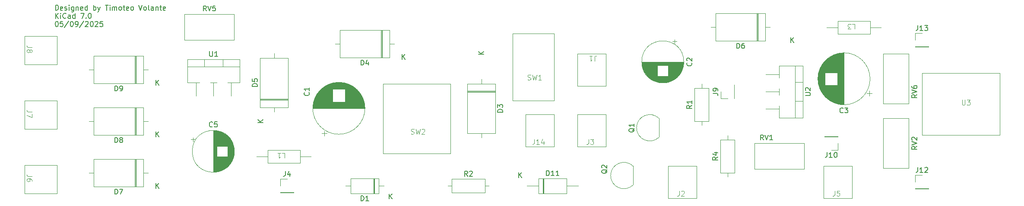
<source format=gbr>
%TF.GenerationSoftware,KiCad,Pcbnew,7.0.10*%
%TF.CreationDate,2025-09-05T15:35:02+01:00*%
%TF.ProjectId,solarCharger,736f6c61-7243-4686-9172-6765722e6b69,rev?*%
%TF.SameCoordinates,Original*%
%TF.FileFunction,Legend,Top*%
%TF.FilePolarity,Positive*%
%FSLAX46Y46*%
G04 Gerber Fmt 4.6, Leading zero omitted, Abs format (unit mm)*
G04 Created by KiCad (PCBNEW 7.0.10) date 2025-09-05 15:35:02*
%MOMM*%
%LPD*%
G01*
G04 APERTURE LIST*
%ADD10C,0.150000*%
%ADD11C,0.100000*%
%ADD12C,0.120000*%
G04 APERTURE END LIST*
D10*
X53676779Y-88089819D02*
X53676779Y-87089819D01*
X53676779Y-87089819D02*
X53914874Y-87089819D01*
X53914874Y-87089819D02*
X54057731Y-87137438D01*
X54057731Y-87137438D02*
X54152969Y-87232676D01*
X54152969Y-87232676D02*
X54200588Y-87327914D01*
X54200588Y-87327914D02*
X54248207Y-87518390D01*
X54248207Y-87518390D02*
X54248207Y-87661247D01*
X54248207Y-87661247D02*
X54200588Y-87851723D01*
X54200588Y-87851723D02*
X54152969Y-87946961D01*
X54152969Y-87946961D02*
X54057731Y-88042200D01*
X54057731Y-88042200D02*
X53914874Y-88089819D01*
X53914874Y-88089819D02*
X53676779Y-88089819D01*
X55057731Y-88042200D02*
X54962493Y-88089819D01*
X54962493Y-88089819D02*
X54772017Y-88089819D01*
X54772017Y-88089819D02*
X54676779Y-88042200D01*
X54676779Y-88042200D02*
X54629160Y-87946961D01*
X54629160Y-87946961D02*
X54629160Y-87566009D01*
X54629160Y-87566009D02*
X54676779Y-87470771D01*
X54676779Y-87470771D02*
X54772017Y-87423152D01*
X54772017Y-87423152D02*
X54962493Y-87423152D01*
X54962493Y-87423152D02*
X55057731Y-87470771D01*
X55057731Y-87470771D02*
X55105350Y-87566009D01*
X55105350Y-87566009D02*
X55105350Y-87661247D01*
X55105350Y-87661247D02*
X54629160Y-87756485D01*
X55486303Y-88042200D02*
X55581541Y-88089819D01*
X55581541Y-88089819D02*
X55772017Y-88089819D01*
X55772017Y-88089819D02*
X55867255Y-88042200D01*
X55867255Y-88042200D02*
X55914874Y-87946961D01*
X55914874Y-87946961D02*
X55914874Y-87899342D01*
X55914874Y-87899342D02*
X55867255Y-87804104D01*
X55867255Y-87804104D02*
X55772017Y-87756485D01*
X55772017Y-87756485D02*
X55629160Y-87756485D01*
X55629160Y-87756485D02*
X55533922Y-87708866D01*
X55533922Y-87708866D02*
X55486303Y-87613628D01*
X55486303Y-87613628D02*
X55486303Y-87566009D01*
X55486303Y-87566009D02*
X55533922Y-87470771D01*
X55533922Y-87470771D02*
X55629160Y-87423152D01*
X55629160Y-87423152D02*
X55772017Y-87423152D01*
X55772017Y-87423152D02*
X55867255Y-87470771D01*
X56343446Y-88089819D02*
X56343446Y-87423152D01*
X56343446Y-87089819D02*
X56295827Y-87137438D01*
X56295827Y-87137438D02*
X56343446Y-87185057D01*
X56343446Y-87185057D02*
X56391065Y-87137438D01*
X56391065Y-87137438D02*
X56343446Y-87089819D01*
X56343446Y-87089819D02*
X56343446Y-87185057D01*
X57248207Y-87423152D02*
X57248207Y-88232676D01*
X57248207Y-88232676D02*
X57200588Y-88327914D01*
X57200588Y-88327914D02*
X57152969Y-88375533D01*
X57152969Y-88375533D02*
X57057731Y-88423152D01*
X57057731Y-88423152D02*
X56914874Y-88423152D01*
X56914874Y-88423152D02*
X56819636Y-88375533D01*
X57248207Y-88042200D02*
X57152969Y-88089819D01*
X57152969Y-88089819D02*
X56962493Y-88089819D01*
X56962493Y-88089819D02*
X56867255Y-88042200D01*
X56867255Y-88042200D02*
X56819636Y-87994580D01*
X56819636Y-87994580D02*
X56772017Y-87899342D01*
X56772017Y-87899342D02*
X56772017Y-87613628D01*
X56772017Y-87613628D02*
X56819636Y-87518390D01*
X56819636Y-87518390D02*
X56867255Y-87470771D01*
X56867255Y-87470771D02*
X56962493Y-87423152D01*
X56962493Y-87423152D02*
X57152969Y-87423152D01*
X57152969Y-87423152D02*
X57248207Y-87470771D01*
X57724398Y-87423152D02*
X57724398Y-88089819D01*
X57724398Y-87518390D02*
X57772017Y-87470771D01*
X57772017Y-87470771D02*
X57867255Y-87423152D01*
X57867255Y-87423152D02*
X58010112Y-87423152D01*
X58010112Y-87423152D02*
X58105350Y-87470771D01*
X58105350Y-87470771D02*
X58152969Y-87566009D01*
X58152969Y-87566009D02*
X58152969Y-88089819D01*
X59010112Y-88042200D02*
X58914874Y-88089819D01*
X58914874Y-88089819D02*
X58724398Y-88089819D01*
X58724398Y-88089819D02*
X58629160Y-88042200D01*
X58629160Y-88042200D02*
X58581541Y-87946961D01*
X58581541Y-87946961D02*
X58581541Y-87566009D01*
X58581541Y-87566009D02*
X58629160Y-87470771D01*
X58629160Y-87470771D02*
X58724398Y-87423152D01*
X58724398Y-87423152D02*
X58914874Y-87423152D01*
X58914874Y-87423152D02*
X59010112Y-87470771D01*
X59010112Y-87470771D02*
X59057731Y-87566009D01*
X59057731Y-87566009D02*
X59057731Y-87661247D01*
X59057731Y-87661247D02*
X58581541Y-87756485D01*
X59914874Y-88089819D02*
X59914874Y-87089819D01*
X59914874Y-88042200D02*
X59819636Y-88089819D01*
X59819636Y-88089819D02*
X59629160Y-88089819D01*
X59629160Y-88089819D02*
X59533922Y-88042200D01*
X59533922Y-88042200D02*
X59486303Y-87994580D01*
X59486303Y-87994580D02*
X59438684Y-87899342D01*
X59438684Y-87899342D02*
X59438684Y-87613628D01*
X59438684Y-87613628D02*
X59486303Y-87518390D01*
X59486303Y-87518390D02*
X59533922Y-87470771D01*
X59533922Y-87470771D02*
X59629160Y-87423152D01*
X59629160Y-87423152D02*
X59819636Y-87423152D01*
X59819636Y-87423152D02*
X59914874Y-87470771D01*
X61152970Y-88089819D02*
X61152970Y-87089819D01*
X61152970Y-87470771D02*
X61248208Y-87423152D01*
X61248208Y-87423152D02*
X61438684Y-87423152D01*
X61438684Y-87423152D02*
X61533922Y-87470771D01*
X61533922Y-87470771D02*
X61581541Y-87518390D01*
X61581541Y-87518390D02*
X61629160Y-87613628D01*
X61629160Y-87613628D02*
X61629160Y-87899342D01*
X61629160Y-87899342D02*
X61581541Y-87994580D01*
X61581541Y-87994580D02*
X61533922Y-88042200D01*
X61533922Y-88042200D02*
X61438684Y-88089819D01*
X61438684Y-88089819D02*
X61248208Y-88089819D01*
X61248208Y-88089819D02*
X61152970Y-88042200D01*
X61962494Y-87423152D02*
X62200589Y-88089819D01*
X62438684Y-87423152D02*
X62200589Y-88089819D01*
X62200589Y-88089819D02*
X62105351Y-88327914D01*
X62105351Y-88327914D02*
X62057732Y-88375533D01*
X62057732Y-88375533D02*
X61962494Y-88423152D01*
X63438685Y-87089819D02*
X64010113Y-87089819D01*
X63724399Y-88089819D02*
X63724399Y-87089819D01*
X64343447Y-88089819D02*
X64343447Y-87423152D01*
X64343447Y-87089819D02*
X64295828Y-87137438D01*
X64295828Y-87137438D02*
X64343447Y-87185057D01*
X64343447Y-87185057D02*
X64391066Y-87137438D01*
X64391066Y-87137438D02*
X64343447Y-87089819D01*
X64343447Y-87089819D02*
X64343447Y-87185057D01*
X64819637Y-88089819D02*
X64819637Y-87423152D01*
X64819637Y-87518390D02*
X64867256Y-87470771D01*
X64867256Y-87470771D02*
X64962494Y-87423152D01*
X64962494Y-87423152D02*
X65105351Y-87423152D01*
X65105351Y-87423152D02*
X65200589Y-87470771D01*
X65200589Y-87470771D02*
X65248208Y-87566009D01*
X65248208Y-87566009D02*
X65248208Y-88089819D01*
X65248208Y-87566009D02*
X65295827Y-87470771D01*
X65295827Y-87470771D02*
X65391065Y-87423152D01*
X65391065Y-87423152D02*
X65533922Y-87423152D01*
X65533922Y-87423152D02*
X65629161Y-87470771D01*
X65629161Y-87470771D02*
X65676780Y-87566009D01*
X65676780Y-87566009D02*
X65676780Y-88089819D01*
X66295827Y-88089819D02*
X66200589Y-88042200D01*
X66200589Y-88042200D02*
X66152970Y-87994580D01*
X66152970Y-87994580D02*
X66105351Y-87899342D01*
X66105351Y-87899342D02*
X66105351Y-87613628D01*
X66105351Y-87613628D02*
X66152970Y-87518390D01*
X66152970Y-87518390D02*
X66200589Y-87470771D01*
X66200589Y-87470771D02*
X66295827Y-87423152D01*
X66295827Y-87423152D02*
X66438684Y-87423152D01*
X66438684Y-87423152D02*
X66533922Y-87470771D01*
X66533922Y-87470771D02*
X66581541Y-87518390D01*
X66581541Y-87518390D02*
X66629160Y-87613628D01*
X66629160Y-87613628D02*
X66629160Y-87899342D01*
X66629160Y-87899342D02*
X66581541Y-87994580D01*
X66581541Y-87994580D02*
X66533922Y-88042200D01*
X66533922Y-88042200D02*
X66438684Y-88089819D01*
X66438684Y-88089819D02*
X66295827Y-88089819D01*
X66914875Y-87423152D02*
X67295827Y-87423152D01*
X67057732Y-87089819D02*
X67057732Y-87946961D01*
X67057732Y-87946961D02*
X67105351Y-88042200D01*
X67105351Y-88042200D02*
X67200589Y-88089819D01*
X67200589Y-88089819D02*
X67295827Y-88089819D01*
X68010113Y-88042200D02*
X67914875Y-88089819D01*
X67914875Y-88089819D02*
X67724399Y-88089819D01*
X67724399Y-88089819D02*
X67629161Y-88042200D01*
X67629161Y-88042200D02*
X67581542Y-87946961D01*
X67581542Y-87946961D02*
X67581542Y-87566009D01*
X67581542Y-87566009D02*
X67629161Y-87470771D01*
X67629161Y-87470771D02*
X67724399Y-87423152D01*
X67724399Y-87423152D02*
X67914875Y-87423152D01*
X67914875Y-87423152D02*
X68010113Y-87470771D01*
X68010113Y-87470771D02*
X68057732Y-87566009D01*
X68057732Y-87566009D02*
X68057732Y-87661247D01*
X68057732Y-87661247D02*
X67581542Y-87756485D01*
X68629161Y-88089819D02*
X68533923Y-88042200D01*
X68533923Y-88042200D02*
X68486304Y-87994580D01*
X68486304Y-87994580D02*
X68438685Y-87899342D01*
X68438685Y-87899342D02*
X68438685Y-87613628D01*
X68438685Y-87613628D02*
X68486304Y-87518390D01*
X68486304Y-87518390D02*
X68533923Y-87470771D01*
X68533923Y-87470771D02*
X68629161Y-87423152D01*
X68629161Y-87423152D02*
X68772018Y-87423152D01*
X68772018Y-87423152D02*
X68867256Y-87470771D01*
X68867256Y-87470771D02*
X68914875Y-87518390D01*
X68914875Y-87518390D02*
X68962494Y-87613628D01*
X68962494Y-87613628D02*
X68962494Y-87899342D01*
X68962494Y-87899342D02*
X68914875Y-87994580D01*
X68914875Y-87994580D02*
X68867256Y-88042200D01*
X68867256Y-88042200D02*
X68772018Y-88089819D01*
X68772018Y-88089819D02*
X68629161Y-88089819D01*
X70010114Y-87089819D02*
X70343447Y-88089819D01*
X70343447Y-88089819D02*
X70676780Y-87089819D01*
X71152971Y-88089819D02*
X71057733Y-88042200D01*
X71057733Y-88042200D02*
X71010114Y-87994580D01*
X71010114Y-87994580D02*
X70962495Y-87899342D01*
X70962495Y-87899342D02*
X70962495Y-87613628D01*
X70962495Y-87613628D02*
X71010114Y-87518390D01*
X71010114Y-87518390D02*
X71057733Y-87470771D01*
X71057733Y-87470771D02*
X71152971Y-87423152D01*
X71152971Y-87423152D02*
X71295828Y-87423152D01*
X71295828Y-87423152D02*
X71391066Y-87470771D01*
X71391066Y-87470771D02*
X71438685Y-87518390D01*
X71438685Y-87518390D02*
X71486304Y-87613628D01*
X71486304Y-87613628D02*
X71486304Y-87899342D01*
X71486304Y-87899342D02*
X71438685Y-87994580D01*
X71438685Y-87994580D02*
X71391066Y-88042200D01*
X71391066Y-88042200D02*
X71295828Y-88089819D01*
X71295828Y-88089819D02*
X71152971Y-88089819D01*
X72057733Y-88089819D02*
X71962495Y-88042200D01*
X71962495Y-88042200D02*
X71914876Y-87946961D01*
X71914876Y-87946961D02*
X71914876Y-87089819D01*
X72867257Y-88089819D02*
X72867257Y-87566009D01*
X72867257Y-87566009D02*
X72819638Y-87470771D01*
X72819638Y-87470771D02*
X72724400Y-87423152D01*
X72724400Y-87423152D02*
X72533924Y-87423152D01*
X72533924Y-87423152D02*
X72438686Y-87470771D01*
X72867257Y-88042200D02*
X72772019Y-88089819D01*
X72772019Y-88089819D02*
X72533924Y-88089819D01*
X72533924Y-88089819D02*
X72438686Y-88042200D01*
X72438686Y-88042200D02*
X72391067Y-87946961D01*
X72391067Y-87946961D02*
X72391067Y-87851723D01*
X72391067Y-87851723D02*
X72438686Y-87756485D01*
X72438686Y-87756485D02*
X72533924Y-87708866D01*
X72533924Y-87708866D02*
X72772019Y-87708866D01*
X72772019Y-87708866D02*
X72867257Y-87661247D01*
X73343448Y-87423152D02*
X73343448Y-88089819D01*
X73343448Y-87518390D02*
X73391067Y-87470771D01*
X73391067Y-87470771D02*
X73486305Y-87423152D01*
X73486305Y-87423152D02*
X73629162Y-87423152D01*
X73629162Y-87423152D02*
X73724400Y-87470771D01*
X73724400Y-87470771D02*
X73772019Y-87566009D01*
X73772019Y-87566009D02*
X73772019Y-88089819D01*
X74105353Y-87423152D02*
X74486305Y-87423152D01*
X74248210Y-87089819D02*
X74248210Y-87946961D01*
X74248210Y-87946961D02*
X74295829Y-88042200D01*
X74295829Y-88042200D02*
X74391067Y-88089819D01*
X74391067Y-88089819D02*
X74486305Y-88089819D01*
X75200591Y-88042200D02*
X75105353Y-88089819D01*
X75105353Y-88089819D02*
X74914877Y-88089819D01*
X74914877Y-88089819D02*
X74819639Y-88042200D01*
X74819639Y-88042200D02*
X74772020Y-87946961D01*
X74772020Y-87946961D02*
X74772020Y-87566009D01*
X74772020Y-87566009D02*
X74819639Y-87470771D01*
X74819639Y-87470771D02*
X74914877Y-87423152D01*
X74914877Y-87423152D02*
X75105353Y-87423152D01*
X75105353Y-87423152D02*
X75200591Y-87470771D01*
X75200591Y-87470771D02*
X75248210Y-87566009D01*
X75248210Y-87566009D02*
X75248210Y-87661247D01*
X75248210Y-87661247D02*
X74772020Y-87756485D01*
X53676779Y-89699819D02*
X53676779Y-88699819D01*
X54248207Y-89699819D02*
X53819636Y-89128390D01*
X54248207Y-88699819D02*
X53676779Y-89271247D01*
X54676779Y-89699819D02*
X54676779Y-89033152D01*
X54676779Y-88699819D02*
X54629160Y-88747438D01*
X54629160Y-88747438D02*
X54676779Y-88795057D01*
X54676779Y-88795057D02*
X54724398Y-88747438D01*
X54724398Y-88747438D02*
X54676779Y-88699819D01*
X54676779Y-88699819D02*
X54676779Y-88795057D01*
X55724397Y-89604580D02*
X55676778Y-89652200D01*
X55676778Y-89652200D02*
X55533921Y-89699819D01*
X55533921Y-89699819D02*
X55438683Y-89699819D01*
X55438683Y-89699819D02*
X55295826Y-89652200D01*
X55295826Y-89652200D02*
X55200588Y-89556961D01*
X55200588Y-89556961D02*
X55152969Y-89461723D01*
X55152969Y-89461723D02*
X55105350Y-89271247D01*
X55105350Y-89271247D02*
X55105350Y-89128390D01*
X55105350Y-89128390D02*
X55152969Y-88937914D01*
X55152969Y-88937914D02*
X55200588Y-88842676D01*
X55200588Y-88842676D02*
X55295826Y-88747438D01*
X55295826Y-88747438D02*
X55438683Y-88699819D01*
X55438683Y-88699819D02*
X55533921Y-88699819D01*
X55533921Y-88699819D02*
X55676778Y-88747438D01*
X55676778Y-88747438D02*
X55724397Y-88795057D01*
X56581540Y-89699819D02*
X56581540Y-89176009D01*
X56581540Y-89176009D02*
X56533921Y-89080771D01*
X56533921Y-89080771D02*
X56438683Y-89033152D01*
X56438683Y-89033152D02*
X56248207Y-89033152D01*
X56248207Y-89033152D02*
X56152969Y-89080771D01*
X56581540Y-89652200D02*
X56486302Y-89699819D01*
X56486302Y-89699819D02*
X56248207Y-89699819D01*
X56248207Y-89699819D02*
X56152969Y-89652200D01*
X56152969Y-89652200D02*
X56105350Y-89556961D01*
X56105350Y-89556961D02*
X56105350Y-89461723D01*
X56105350Y-89461723D02*
X56152969Y-89366485D01*
X56152969Y-89366485D02*
X56248207Y-89318866D01*
X56248207Y-89318866D02*
X56486302Y-89318866D01*
X56486302Y-89318866D02*
X56581540Y-89271247D01*
X57486302Y-89699819D02*
X57486302Y-88699819D01*
X57486302Y-89652200D02*
X57391064Y-89699819D01*
X57391064Y-89699819D02*
X57200588Y-89699819D01*
X57200588Y-89699819D02*
X57105350Y-89652200D01*
X57105350Y-89652200D02*
X57057731Y-89604580D01*
X57057731Y-89604580D02*
X57010112Y-89509342D01*
X57010112Y-89509342D02*
X57010112Y-89223628D01*
X57010112Y-89223628D02*
X57057731Y-89128390D01*
X57057731Y-89128390D02*
X57105350Y-89080771D01*
X57105350Y-89080771D02*
X57200588Y-89033152D01*
X57200588Y-89033152D02*
X57391064Y-89033152D01*
X57391064Y-89033152D02*
X57486302Y-89080771D01*
X58629160Y-88699819D02*
X59295826Y-88699819D01*
X59295826Y-88699819D02*
X58867255Y-89699819D01*
X59676779Y-89604580D02*
X59724398Y-89652200D01*
X59724398Y-89652200D02*
X59676779Y-89699819D01*
X59676779Y-89699819D02*
X59629160Y-89652200D01*
X59629160Y-89652200D02*
X59676779Y-89604580D01*
X59676779Y-89604580D02*
X59676779Y-89699819D01*
X60343445Y-88699819D02*
X60438683Y-88699819D01*
X60438683Y-88699819D02*
X60533921Y-88747438D01*
X60533921Y-88747438D02*
X60581540Y-88795057D01*
X60581540Y-88795057D02*
X60629159Y-88890295D01*
X60629159Y-88890295D02*
X60676778Y-89080771D01*
X60676778Y-89080771D02*
X60676778Y-89318866D01*
X60676778Y-89318866D02*
X60629159Y-89509342D01*
X60629159Y-89509342D02*
X60581540Y-89604580D01*
X60581540Y-89604580D02*
X60533921Y-89652200D01*
X60533921Y-89652200D02*
X60438683Y-89699819D01*
X60438683Y-89699819D02*
X60343445Y-89699819D01*
X60343445Y-89699819D02*
X60248207Y-89652200D01*
X60248207Y-89652200D02*
X60200588Y-89604580D01*
X60200588Y-89604580D02*
X60152969Y-89509342D01*
X60152969Y-89509342D02*
X60105350Y-89318866D01*
X60105350Y-89318866D02*
X60105350Y-89080771D01*
X60105350Y-89080771D02*
X60152969Y-88890295D01*
X60152969Y-88890295D02*
X60200588Y-88795057D01*
X60200588Y-88795057D02*
X60248207Y-88747438D01*
X60248207Y-88747438D02*
X60343445Y-88699819D01*
X53867255Y-90309819D02*
X53962493Y-90309819D01*
X53962493Y-90309819D02*
X54057731Y-90357438D01*
X54057731Y-90357438D02*
X54105350Y-90405057D01*
X54105350Y-90405057D02*
X54152969Y-90500295D01*
X54152969Y-90500295D02*
X54200588Y-90690771D01*
X54200588Y-90690771D02*
X54200588Y-90928866D01*
X54200588Y-90928866D02*
X54152969Y-91119342D01*
X54152969Y-91119342D02*
X54105350Y-91214580D01*
X54105350Y-91214580D02*
X54057731Y-91262200D01*
X54057731Y-91262200D02*
X53962493Y-91309819D01*
X53962493Y-91309819D02*
X53867255Y-91309819D01*
X53867255Y-91309819D02*
X53772017Y-91262200D01*
X53772017Y-91262200D02*
X53724398Y-91214580D01*
X53724398Y-91214580D02*
X53676779Y-91119342D01*
X53676779Y-91119342D02*
X53629160Y-90928866D01*
X53629160Y-90928866D02*
X53629160Y-90690771D01*
X53629160Y-90690771D02*
X53676779Y-90500295D01*
X53676779Y-90500295D02*
X53724398Y-90405057D01*
X53724398Y-90405057D02*
X53772017Y-90357438D01*
X53772017Y-90357438D02*
X53867255Y-90309819D01*
X55105350Y-90309819D02*
X54629160Y-90309819D01*
X54629160Y-90309819D02*
X54581541Y-90786009D01*
X54581541Y-90786009D02*
X54629160Y-90738390D01*
X54629160Y-90738390D02*
X54724398Y-90690771D01*
X54724398Y-90690771D02*
X54962493Y-90690771D01*
X54962493Y-90690771D02*
X55057731Y-90738390D01*
X55057731Y-90738390D02*
X55105350Y-90786009D01*
X55105350Y-90786009D02*
X55152969Y-90881247D01*
X55152969Y-90881247D02*
X55152969Y-91119342D01*
X55152969Y-91119342D02*
X55105350Y-91214580D01*
X55105350Y-91214580D02*
X55057731Y-91262200D01*
X55057731Y-91262200D02*
X54962493Y-91309819D01*
X54962493Y-91309819D02*
X54724398Y-91309819D01*
X54724398Y-91309819D02*
X54629160Y-91262200D01*
X54629160Y-91262200D02*
X54581541Y-91214580D01*
X56295826Y-90262200D02*
X55438684Y-91547914D01*
X56819636Y-90309819D02*
X56914874Y-90309819D01*
X56914874Y-90309819D02*
X57010112Y-90357438D01*
X57010112Y-90357438D02*
X57057731Y-90405057D01*
X57057731Y-90405057D02*
X57105350Y-90500295D01*
X57105350Y-90500295D02*
X57152969Y-90690771D01*
X57152969Y-90690771D02*
X57152969Y-90928866D01*
X57152969Y-90928866D02*
X57105350Y-91119342D01*
X57105350Y-91119342D02*
X57057731Y-91214580D01*
X57057731Y-91214580D02*
X57010112Y-91262200D01*
X57010112Y-91262200D02*
X56914874Y-91309819D01*
X56914874Y-91309819D02*
X56819636Y-91309819D01*
X56819636Y-91309819D02*
X56724398Y-91262200D01*
X56724398Y-91262200D02*
X56676779Y-91214580D01*
X56676779Y-91214580D02*
X56629160Y-91119342D01*
X56629160Y-91119342D02*
X56581541Y-90928866D01*
X56581541Y-90928866D02*
X56581541Y-90690771D01*
X56581541Y-90690771D02*
X56629160Y-90500295D01*
X56629160Y-90500295D02*
X56676779Y-90405057D01*
X56676779Y-90405057D02*
X56724398Y-90357438D01*
X56724398Y-90357438D02*
X56819636Y-90309819D01*
X57629160Y-91309819D02*
X57819636Y-91309819D01*
X57819636Y-91309819D02*
X57914874Y-91262200D01*
X57914874Y-91262200D02*
X57962493Y-91214580D01*
X57962493Y-91214580D02*
X58057731Y-91071723D01*
X58057731Y-91071723D02*
X58105350Y-90881247D01*
X58105350Y-90881247D02*
X58105350Y-90500295D01*
X58105350Y-90500295D02*
X58057731Y-90405057D01*
X58057731Y-90405057D02*
X58010112Y-90357438D01*
X58010112Y-90357438D02*
X57914874Y-90309819D01*
X57914874Y-90309819D02*
X57724398Y-90309819D01*
X57724398Y-90309819D02*
X57629160Y-90357438D01*
X57629160Y-90357438D02*
X57581541Y-90405057D01*
X57581541Y-90405057D02*
X57533922Y-90500295D01*
X57533922Y-90500295D02*
X57533922Y-90738390D01*
X57533922Y-90738390D02*
X57581541Y-90833628D01*
X57581541Y-90833628D02*
X57629160Y-90881247D01*
X57629160Y-90881247D02*
X57724398Y-90928866D01*
X57724398Y-90928866D02*
X57914874Y-90928866D01*
X57914874Y-90928866D02*
X58010112Y-90881247D01*
X58010112Y-90881247D02*
X58057731Y-90833628D01*
X58057731Y-90833628D02*
X58105350Y-90738390D01*
X59248207Y-90262200D02*
X58391065Y-91547914D01*
X59533922Y-90405057D02*
X59581541Y-90357438D01*
X59581541Y-90357438D02*
X59676779Y-90309819D01*
X59676779Y-90309819D02*
X59914874Y-90309819D01*
X59914874Y-90309819D02*
X60010112Y-90357438D01*
X60010112Y-90357438D02*
X60057731Y-90405057D01*
X60057731Y-90405057D02*
X60105350Y-90500295D01*
X60105350Y-90500295D02*
X60105350Y-90595533D01*
X60105350Y-90595533D02*
X60057731Y-90738390D01*
X60057731Y-90738390D02*
X59486303Y-91309819D01*
X59486303Y-91309819D02*
X60105350Y-91309819D01*
X60724398Y-90309819D02*
X60819636Y-90309819D01*
X60819636Y-90309819D02*
X60914874Y-90357438D01*
X60914874Y-90357438D02*
X60962493Y-90405057D01*
X60962493Y-90405057D02*
X61010112Y-90500295D01*
X61010112Y-90500295D02*
X61057731Y-90690771D01*
X61057731Y-90690771D02*
X61057731Y-90928866D01*
X61057731Y-90928866D02*
X61010112Y-91119342D01*
X61010112Y-91119342D02*
X60962493Y-91214580D01*
X60962493Y-91214580D02*
X60914874Y-91262200D01*
X60914874Y-91262200D02*
X60819636Y-91309819D01*
X60819636Y-91309819D02*
X60724398Y-91309819D01*
X60724398Y-91309819D02*
X60629160Y-91262200D01*
X60629160Y-91262200D02*
X60581541Y-91214580D01*
X60581541Y-91214580D02*
X60533922Y-91119342D01*
X60533922Y-91119342D02*
X60486303Y-90928866D01*
X60486303Y-90928866D02*
X60486303Y-90690771D01*
X60486303Y-90690771D02*
X60533922Y-90500295D01*
X60533922Y-90500295D02*
X60581541Y-90405057D01*
X60581541Y-90405057D02*
X60629160Y-90357438D01*
X60629160Y-90357438D02*
X60724398Y-90309819D01*
X61438684Y-90405057D02*
X61486303Y-90357438D01*
X61486303Y-90357438D02*
X61581541Y-90309819D01*
X61581541Y-90309819D02*
X61819636Y-90309819D01*
X61819636Y-90309819D02*
X61914874Y-90357438D01*
X61914874Y-90357438D02*
X61962493Y-90405057D01*
X61962493Y-90405057D02*
X62010112Y-90500295D01*
X62010112Y-90500295D02*
X62010112Y-90595533D01*
X62010112Y-90595533D02*
X61962493Y-90738390D01*
X61962493Y-90738390D02*
X61391065Y-91309819D01*
X61391065Y-91309819D02*
X62010112Y-91309819D01*
X62914874Y-90309819D02*
X62438684Y-90309819D01*
X62438684Y-90309819D02*
X62391065Y-90786009D01*
X62391065Y-90786009D02*
X62438684Y-90738390D01*
X62438684Y-90738390D02*
X62533922Y-90690771D01*
X62533922Y-90690771D02*
X62772017Y-90690771D01*
X62772017Y-90690771D02*
X62867255Y-90738390D01*
X62867255Y-90738390D02*
X62914874Y-90786009D01*
X62914874Y-90786009D02*
X62962493Y-90881247D01*
X62962493Y-90881247D02*
X62962493Y-91119342D01*
X62962493Y-91119342D02*
X62914874Y-91214580D01*
X62914874Y-91214580D02*
X62867255Y-91262200D01*
X62867255Y-91262200D02*
X62772017Y-91309819D01*
X62772017Y-91309819D02*
X62533922Y-91309819D01*
X62533922Y-91309819D02*
X62438684Y-91262200D01*
X62438684Y-91262200D02*
X62391065Y-91214580D01*
X113561905Y-98914819D02*
X113561905Y-97914819D01*
X113561905Y-97914819D02*
X113800000Y-97914819D01*
X113800000Y-97914819D02*
X113942857Y-97962438D01*
X113942857Y-97962438D02*
X114038095Y-98057676D01*
X114038095Y-98057676D02*
X114085714Y-98152914D01*
X114085714Y-98152914D02*
X114133333Y-98343390D01*
X114133333Y-98343390D02*
X114133333Y-98486247D01*
X114133333Y-98486247D02*
X114085714Y-98676723D01*
X114085714Y-98676723D02*
X114038095Y-98771961D01*
X114038095Y-98771961D02*
X113942857Y-98867200D01*
X113942857Y-98867200D02*
X113800000Y-98914819D01*
X113800000Y-98914819D02*
X113561905Y-98914819D01*
X114990476Y-98248152D02*
X114990476Y-98914819D01*
X114752381Y-97867200D02*
X114514286Y-98581485D01*
X114514286Y-98581485D02*
X115133333Y-98581485D01*
X121658095Y-97794819D02*
X121658095Y-96794819D01*
X122229523Y-97794819D02*
X121800952Y-97223390D01*
X122229523Y-96794819D02*
X121658095Y-97366247D01*
D11*
X209858166Y-90792080D02*
X210334356Y-90792080D01*
X210334356Y-90792080D02*
X210334356Y-91792080D01*
X209620070Y-91792080D02*
X209001023Y-91792080D01*
X209001023Y-91792080D02*
X209334356Y-91411128D01*
X209334356Y-91411128D02*
X209191499Y-91411128D01*
X209191499Y-91411128D02*
X209096261Y-91363509D01*
X209096261Y-91363509D02*
X209048642Y-91315890D01*
X209048642Y-91315890D02*
X209001023Y-91220652D01*
X209001023Y-91220652D02*
X209001023Y-90982557D01*
X209001023Y-90982557D02*
X209048642Y-90887319D01*
X209048642Y-90887319D02*
X209096261Y-90839700D01*
X209096261Y-90839700D02*
X209191499Y-90792080D01*
X209191499Y-90792080D02*
X209477213Y-90792080D01*
X209477213Y-90792080D02*
X209572451Y-90839700D01*
X209572451Y-90839700D02*
X209620070Y-90887319D01*
X49056580Y-95422666D02*
X48342295Y-95422666D01*
X48342295Y-95422666D02*
X48199438Y-95375047D01*
X48199438Y-95375047D02*
X48104200Y-95279809D01*
X48104200Y-95279809D02*
X48056580Y-95136952D01*
X48056580Y-95136952D02*
X48056580Y-95041714D01*
X48628009Y-96041714D02*
X48675628Y-95946476D01*
X48675628Y-95946476D02*
X48723247Y-95898857D01*
X48723247Y-95898857D02*
X48818485Y-95851238D01*
X48818485Y-95851238D02*
X48866104Y-95851238D01*
X48866104Y-95851238D02*
X48961342Y-95898857D01*
X48961342Y-95898857D02*
X49008961Y-95946476D01*
X49008961Y-95946476D02*
X49056580Y-96041714D01*
X49056580Y-96041714D02*
X49056580Y-96232190D01*
X49056580Y-96232190D02*
X49008961Y-96327428D01*
X49008961Y-96327428D02*
X48961342Y-96375047D01*
X48961342Y-96375047D02*
X48866104Y-96422666D01*
X48866104Y-96422666D02*
X48818485Y-96422666D01*
X48818485Y-96422666D02*
X48723247Y-96375047D01*
X48723247Y-96375047D02*
X48675628Y-96327428D01*
X48675628Y-96327428D02*
X48628009Y-96232190D01*
X48628009Y-96232190D02*
X48628009Y-96041714D01*
X48628009Y-96041714D02*
X48580390Y-95946476D01*
X48580390Y-95946476D02*
X48532771Y-95898857D01*
X48532771Y-95898857D02*
X48437533Y-95851238D01*
X48437533Y-95851238D02*
X48247057Y-95851238D01*
X48247057Y-95851238D02*
X48151819Y-95898857D01*
X48151819Y-95898857D02*
X48104200Y-95946476D01*
X48104200Y-95946476D02*
X48056580Y-96041714D01*
X48056580Y-96041714D02*
X48056580Y-96232190D01*
X48056580Y-96232190D02*
X48104200Y-96327428D01*
X48104200Y-96327428D02*
X48151819Y-96375047D01*
X48151819Y-96375047D02*
X48247057Y-96422666D01*
X48247057Y-96422666D02*
X48437533Y-96422666D01*
X48437533Y-96422666D02*
X48532771Y-96375047D01*
X48532771Y-96375047D02*
X48580390Y-96327428D01*
X48580390Y-96327428D02*
X48628009Y-96232190D01*
D10*
X178329580Y-98436666D02*
X178377200Y-98484285D01*
X178377200Y-98484285D02*
X178424819Y-98627142D01*
X178424819Y-98627142D02*
X178424819Y-98722380D01*
X178424819Y-98722380D02*
X178377200Y-98865237D01*
X178377200Y-98865237D02*
X178281961Y-98960475D01*
X178281961Y-98960475D02*
X178186723Y-99008094D01*
X178186723Y-99008094D02*
X177996247Y-99055713D01*
X177996247Y-99055713D02*
X177853390Y-99055713D01*
X177853390Y-99055713D02*
X177662914Y-99008094D01*
X177662914Y-99008094D02*
X177567676Y-98960475D01*
X177567676Y-98960475D02*
X177472438Y-98865237D01*
X177472438Y-98865237D02*
X177424819Y-98722380D01*
X177424819Y-98722380D02*
X177424819Y-98627142D01*
X177424819Y-98627142D02*
X177472438Y-98484285D01*
X177472438Y-98484285D02*
X177520057Y-98436666D01*
X177520057Y-98055713D02*
X177472438Y-98008094D01*
X177472438Y-98008094D02*
X177424819Y-97912856D01*
X177424819Y-97912856D02*
X177424819Y-97674761D01*
X177424819Y-97674761D02*
X177472438Y-97579523D01*
X177472438Y-97579523D02*
X177520057Y-97531904D01*
X177520057Y-97531904D02*
X177615295Y-97484285D01*
X177615295Y-97484285D02*
X177710533Y-97484285D01*
X177710533Y-97484285D02*
X177853390Y-97531904D01*
X177853390Y-97531904D02*
X178424819Y-98103332D01*
X178424819Y-98103332D02*
X178424819Y-97484285D01*
D11*
X147526476Y-113503419D02*
X147526476Y-114217704D01*
X147526476Y-114217704D02*
X147478857Y-114360561D01*
X147478857Y-114360561D02*
X147383619Y-114455800D01*
X147383619Y-114455800D02*
X147240762Y-114503419D01*
X147240762Y-114503419D02*
X147145524Y-114503419D01*
X148526476Y-114503419D02*
X147955048Y-114503419D01*
X148240762Y-114503419D02*
X148240762Y-113503419D01*
X148240762Y-113503419D02*
X148145524Y-113646276D01*
X148145524Y-113646276D02*
X148050286Y-113741514D01*
X148050286Y-113741514D02*
X147955048Y-113789133D01*
X149383619Y-113836752D02*
X149383619Y-114503419D01*
X149145524Y-113455800D02*
X148907429Y-114170085D01*
X148907429Y-114170085D02*
X149526476Y-114170085D01*
D10*
X83898095Y-96194819D02*
X83898095Y-97004342D01*
X83898095Y-97004342D02*
X83945714Y-97099580D01*
X83945714Y-97099580D02*
X83993333Y-97147200D01*
X83993333Y-97147200D02*
X84088571Y-97194819D01*
X84088571Y-97194819D02*
X84279047Y-97194819D01*
X84279047Y-97194819D02*
X84374285Y-97147200D01*
X84374285Y-97147200D02*
X84421904Y-97099580D01*
X84421904Y-97099580D02*
X84469523Y-97004342D01*
X84469523Y-97004342D02*
X84469523Y-96194819D01*
X85469523Y-97194819D02*
X84898095Y-97194819D01*
X85183809Y-97194819D02*
X85183809Y-96194819D01*
X85183809Y-96194819D02*
X85088571Y-96337676D01*
X85088571Y-96337676D02*
X84993333Y-96432914D01*
X84993333Y-96432914D02*
X84898095Y-96480533D01*
X178424819Y-106846666D02*
X177948628Y-107179999D01*
X178424819Y-107418094D02*
X177424819Y-107418094D01*
X177424819Y-107418094D02*
X177424819Y-107037142D01*
X177424819Y-107037142D02*
X177472438Y-106941904D01*
X177472438Y-106941904D02*
X177520057Y-106894285D01*
X177520057Y-106894285D02*
X177615295Y-106846666D01*
X177615295Y-106846666D02*
X177758152Y-106846666D01*
X177758152Y-106846666D02*
X177853390Y-106894285D01*
X177853390Y-106894285D02*
X177901009Y-106941904D01*
X177901009Y-106941904D02*
X177948628Y-107037142D01*
X177948628Y-107037142D02*
X177948628Y-107418094D01*
X178424819Y-105894285D02*
X178424819Y-106465713D01*
X178424819Y-106179999D02*
X177424819Y-106179999D01*
X177424819Y-106179999D02*
X177567676Y-106275237D01*
X177567676Y-106275237D02*
X177662914Y-106370475D01*
X177662914Y-106370475D02*
X177710533Y-106465713D01*
X84443333Y-110989580D02*
X84395714Y-111037200D01*
X84395714Y-111037200D02*
X84252857Y-111084819D01*
X84252857Y-111084819D02*
X84157619Y-111084819D01*
X84157619Y-111084819D02*
X84014762Y-111037200D01*
X84014762Y-111037200D02*
X83919524Y-110941961D01*
X83919524Y-110941961D02*
X83871905Y-110846723D01*
X83871905Y-110846723D02*
X83824286Y-110656247D01*
X83824286Y-110656247D02*
X83824286Y-110513390D01*
X83824286Y-110513390D02*
X83871905Y-110322914D01*
X83871905Y-110322914D02*
X83919524Y-110227676D01*
X83919524Y-110227676D02*
X84014762Y-110132438D01*
X84014762Y-110132438D02*
X84157619Y-110084819D01*
X84157619Y-110084819D02*
X84252857Y-110084819D01*
X84252857Y-110084819D02*
X84395714Y-110132438D01*
X84395714Y-110132438D02*
X84443333Y-110180057D01*
X85348095Y-110084819D02*
X84871905Y-110084819D01*
X84871905Y-110084819D02*
X84824286Y-110561009D01*
X84824286Y-110561009D02*
X84871905Y-110513390D01*
X84871905Y-110513390D02*
X84967143Y-110465771D01*
X84967143Y-110465771D02*
X85205238Y-110465771D01*
X85205238Y-110465771D02*
X85300476Y-110513390D01*
X85300476Y-110513390D02*
X85348095Y-110561009D01*
X85348095Y-110561009D02*
X85395714Y-110656247D01*
X85395714Y-110656247D02*
X85395714Y-110894342D01*
X85395714Y-110894342D02*
X85348095Y-110989580D01*
X85348095Y-110989580D02*
X85300476Y-111037200D01*
X85300476Y-111037200D02*
X85205238Y-111084819D01*
X85205238Y-111084819D02*
X84967143Y-111084819D01*
X84967143Y-111084819D02*
X84871905Y-111037200D01*
X84871905Y-111037200D02*
X84824286Y-110989580D01*
X65301905Y-114154819D02*
X65301905Y-113154819D01*
X65301905Y-113154819D02*
X65540000Y-113154819D01*
X65540000Y-113154819D02*
X65682857Y-113202438D01*
X65682857Y-113202438D02*
X65778095Y-113297676D01*
X65778095Y-113297676D02*
X65825714Y-113392914D01*
X65825714Y-113392914D02*
X65873333Y-113583390D01*
X65873333Y-113583390D02*
X65873333Y-113726247D01*
X65873333Y-113726247D02*
X65825714Y-113916723D01*
X65825714Y-113916723D02*
X65778095Y-114011961D01*
X65778095Y-114011961D02*
X65682857Y-114107200D01*
X65682857Y-114107200D02*
X65540000Y-114154819D01*
X65540000Y-114154819D02*
X65301905Y-114154819D01*
X66444762Y-113583390D02*
X66349524Y-113535771D01*
X66349524Y-113535771D02*
X66301905Y-113488152D01*
X66301905Y-113488152D02*
X66254286Y-113392914D01*
X66254286Y-113392914D02*
X66254286Y-113345295D01*
X66254286Y-113345295D02*
X66301905Y-113250057D01*
X66301905Y-113250057D02*
X66349524Y-113202438D01*
X66349524Y-113202438D02*
X66444762Y-113154819D01*
X66444762Y-113154819D02*
X66635238Y-113154819D01*
X66635238Y-113154819D02*
X66730476Y-113202438D01*
X66730476Y-113202438D02*
X66778095Y-113250057D01*
X66778095Y-113250057D02*
X66825714Y-113345295D01*
X66825714Y-113345295D02*
X66825714Y-113392914D01*
X66825714Y-113392914D02*
X66778095Y-113488152D01*
X66778095Y-113488152D02*
X66730476Y-113535771D01*
X66730476Y-113535771D02*
X66635238Y-113583390D01*
X66635238Y-113583390D02*
X66444762Y-113583390D01*
X66444762Y-113583390D02*
X66349524Y-113631009D01*
X66349524Y-113631009D02*
X66301905Y-113678628D01*
X66301905Y-113678628D02*
X66254286Y-113773866D01*
X66254286Y-113773866D02*
X66254286Y-113964342D01*
X66254286Y-113964342D02*
X66301905Y-114059580D01*
X66301905Y-114059580D02*
X66349524Y-114107200D01*
X66349524Y-114107200D02*
X66444762Y-114154819D01*
X66444762Y-114154819D02*
X66635238Y-114154819D01*
X66635238Y-114154819D02*
X66730476Y-114107200D01*
X66730476Y-114107200D02*
X66778095Y-114059580D01*
X66778095Y-114059580D02*
X66825714Y-113964342D01*
X66825714Y-113964342D02*
X66825714Y-113773866D01*
X66825714Y-113773866D02*
X66778095Y-113678628D01*
X66778095Y-113678628D02*
X66730476Y-113631009D01*
X66730476Y-113631009D02*
X66635238Y-113583390D01*
X73398095Y-113034819D02*
X73398095Y-112034819D01*
X73969523Y-113034819D02*
X73540952Y-112463390D01*
X73969523Y-112034819D02*
X73398095Y-112606247D01*
X141334819Y-108178094D02*
X140334819Y-108178094D01*
X140334819Y-108178094D02*
X140334819Y-107939999D01*
X140334819Y-107939999D02*
X140382438Y-107797142D01*
X140382438Y-107797142D02*
X140477676Y-107701904D01*
X140477676Y-107701904D02*
X140572914Y-107654285D01*
X140572914Y-107654285D02*
X140763390Y-107606666D01*
X140763390Y-107606666D02*
X140906247Y-107606666D01*
X140906247Y-107606666D02*
X141096723Y-107654285D01*
X141096723Y-107654285D02*
X141191961Y-107701904D01*
X141191961Y-107701904D02*
X141287200Y-107797142D01*
X141287200Y-107797142D02*
X141334819Y-107939999D01*
X141334819Y-107939999D02*
X141334819Y-108178094D01*
X140334819Y-107273332D02*
X140334819Y-106654285D01*
X140334819Y-106654285D02*
X140715771Y-106987618D01*
X140715771Y-106987618D02*
X140715771Y-106844761D01*
X140715771Y-106844761D02*
X140763390Y-106749523D01*
X140763390Y-106749523D02*
X140811009Y-106701904D01*
X140811009Y-106701904D02*
X140906247Y-106654285D01*
X140906247Y-106654285D02*
X141144342Y-106654285D01*
X141144342Y-106654285D02*
X141239580Y-106701904D01*
X141239580Y-106701904D02*
X141287200Y-106749523D01*
X141287200Y-106749523D02*
X141334819Y-106844761D01*
X141334819Y-106844761D02*
X141334819Y-107130475D01*
X141334819Y-107130475D02*
X141287200Y-107225713D01*
X141287200Y-107225713D02*
X141239580Y-107273332D01*
X137614819Y-96781904D02*
X136614819Y-96781904D01*
X137614819Y-96210476D02*
X137043390Y-96639047D01*
X136614819Y-96210476D02*
X137186247Y-96781904D01*
X65301905Y-103994819D02*
X65301905Y-102994819D01*
X65301905Y-102994819D02*
X65540000Y-102994819D01*
X65540000Y-102994819D02*
X65682857Y-103042438D01*
X65682857Y-103042438D02*
X65778095Y-103137676D01*
X65778095Y-103137676D02*
X65825714Y-103232914D01*
X65825714Y-103232914D02*
X65873333Y-103423390D01*
X65873333Y-103423390D02*
X65873333Y-103566247D01*
X65873333Y-103566247D02*
X65825714Y-103756723D01*
X65825714Y-103756723D02*
X65778095Y-103851961D01*
X65778095Y-103851961D02*
X65682857Y-103947200D01*
X65682857Y-103947200D02*
X65540000Y-103994819D01*
X65540000Y-103994819D02*
X65301905Y-103994819D01*
X66349524Y-103994819D02*
X66540000Y-103994819D01*
X66540000Y-103994819D02*
X66635238Y-103947200D01*
X66635238Y-103947200D02*
X66682857Y-103899580D01*
X66682857Y-103899580D02*
X66778095Y-103756723D01*
X66778095Y-103756723D02*
X66825714Y-103566247D01*
X66825714Y-103566247D02*
X66825714Y-103185295D01*
X66825714Y-103185295D02*
X66778095Y-103090057D01*
X66778095Y-103090057D02*
X66730476Y-103042438D01*
X66730476Y-103042438D02*
X66635238Y-102994819D01*
X66635238Y-102994819D02*
X66444762Y-102994819D01*
X66444762Y-102994819D02*
X66349524Y-103042438D01*
X66349524Y-103042438D02*
X66301905Y-103090057D01*
X66301905Y-103090057D02*
X66254286Y-103185295D01*
X66254286Y-103185295D02*
X66254286Y-103423390D01*
X66254286Y-103423390D02*
X66301905Y-103518628D01*
X66301905Y-103518628D02*
X66349524Y-103566247D01*
X66349524Y-103566247D02*
X66444762Y-103613866D01*
X66444762Y-103613866D02*
X66635238Y-103613866D01*
X66635238Y-103613866D02*
X66730476Y-103566247D01*
X66730476Y-103566247D02*
X66778095Y-103518628D01*
X66778095Y-103518628D02*
X66825714Y-103423390D01*
X73398095Y-102874819D02*
X73398095Y-101874819D01*
X73969523Y-102874819D02*
X73540952Y-102303390D01*
X73969523Y-101874819D02*
X73398095Y-102446247D01*
X222710476Y-91104819D02*
X222710476Y-91819104D01*
X222710476Y-91819104D02*
X222662857Y-91961961D01*
X222662857Y-91961961D02*
X222567619Y-92057200D01*
X222567619Y-92057200D02*
X222424762Y-92104819D01*
X222424762Y-92104819D02*
X222329524Y-92104819D01*
X223710476Y-92104819D02*
X223139048Y-92104819D01*
X223424762Y-92104819D02*
X223424762Y-91104819D01*
X223424762Y-91104819D02*
X223329524Y-91247676D01*
X223329524Y-91247676D02*
X223234286Y-91342914D01*
X223234286Y-91342914D02*
X223139048Y-91390533D01*
X224043810Y-91104819D02*
X224662857Y-91104819D01*
X224662857Y-91104819D02*
X224329524Y-91485771D01*
X224329524Y-91485771D02*
X224472381Y-91485771D01*
X224472381Y-91485771D02*
X224567619Y-91533390D01*
X224567619Y-91533390D02*
X224615238Y-91581009D01*
X224615238Y-91581009D02*
X224662857Y-91676247D01*
X224662857Y-91676247D02*
X224662857Y-91914342D01*
X224662857Y-91914342D02*
X224615238Y-92009580D01*
X224615238Y-92009580D02*
X224567619Y-92057200D01*
X224567619Y-92057200D02*
X224472381Y-92104819D01*
X224472381Y-92104819D02*
X224186667Y-92104819D01*
X224186667Y-92104819D02*
X224091429Y-92057200D01*
X224091429Y-92057200D02*
X224043810Y-92009580D01*
X161840057Y-119475238D02*
X161792438Y-119570476D01*
X161792438Y-119570476D02*
X161697200Y-119665714D01*
X161697200Y-119665714D02*
X161554342Y-119808571D01*
X161554342Y-119808571D02*
X161506723Y-119903809D01*
X161506723Y-119903809D02*
X161506723Y-119999047D01*
X161744819Y-119951428D02*
X161697200Y-120046666D01*
X161697200Y-120046666D02*
X161601961Y-120141904D01*
X161601961Y-120141904D02*
X161411485Y-120189523D01*
X161411485Y-120189523D02*
X161078152Y-120189523D01*
X161078152Y-120189523D02*
X160887676Y-120141904D01*
X160887676Y-120141904D02*
X160792438Y-120046666D01*
X160792438Y-120046666D02*
X160744819Y-119951428D01*
X160744819Y-119951428D02*
X160744819Y-119760952D01*
X160744819Y-119760952D02*
X160792438Y-119665714D01*
X160792438Y-119665714D02*
X160887676Y-119570476D01*
X160887676Y-119570476D02*
X161078152Y-119522857D01*
X161078152Y-119522857D02*
X161411485Y-119522857D01*
X161411485Y-119522857D02*
X161601961Y-119570476D01*
X161601961Y-119570476D02*
X161697200Y-119665714D01*
X161697200Y-119665714D02*
X161744819Y-119760952D01*
X161744819Y-119760952D02*
X161744819Y-119951428D01*
X160840057Y-119141904D02*
X160792438Y-119094285D01*
X160792438Y-119094285D02*
X160744819Y-118999047D01*
X160744819Y-118999047D02*
X160744819Y-118760952D01*
X160744819Y-118760952D02*
X160792438Y-118665714D01*
X160792438Y-118665714D02*
X160840057Y-118618095D01*
X160840057Y-118618095D02*
X160935295Y-118570476D01*
X160935295Y-118570476D02*
X161030533Y-118570476D01*
X161030533Y-118570476D02*
X161173390Y-118618095D01*
X161173390Y-118618095D02*
X161744819Y-119189523D01*
X161744819Y-119189523D02*
X161744819Y-118570476D01*
X134453333Y-120764819D02*
X134120000Y-120288628D01*
X133881905Y-120764819D02*
X133881905Y-119764819D01*
X133881905Y-119764819D02*
X134262857Y-119764819D01*
X134262857Y-119764819D02*
X134358095Y-119812438D01*
X134358095Y-119812438D02*
X134405714Y-119860057D01*
X134405714Y-119860057D02*
X134453333Y-119955295D01*
X134453333Y-119955295D02*
X134453333Y-120098152D01*
X134453333Y-120098152D02*
X134405714Y-120193390D01*
X134405714Y-120193390D02*
X134358095Y-120241009D01*
X134358095Y-120241009D02*
X134262857Y-120288628D01*
X134262857Y-120288628D02*
X133881905Y-120288628D01*
X134834286Y-119860057D02*
X134881905Y-119812438D01*
X134881905Y-119812438D02*
X134977143Y-119764819D01*
X134977143Y-119764819D02*
X135215238Y-119764819D01*
X135215238Y-119764819D02*
X135310476Y-119812438D01*
X135310476Y-119812438D02*
X135358095Y-119860057D01*
X135358095Y-119860057D02*
X135405714Y-119955295D01*
X135405714Y-119955295D02*
X135405714Y-120050533D01*
X135405714Y-120050533D02*
X135358095Y-120193390D01*
X135358095Y-120193390D02*
X134786667Y-120764819D01*
X134786667Y-120764819D02*
X135405714Y-120764819D01*
X93254819Y-103098094D02*
X92254819Y-103098094D01*
X92254819Y-103098094D02*
X92254819Y-102859999D01*
X92254819Y-102859999D02*
X92302438Y-102717142D01*
X92302438Y-102717142D02*
X92397676Y-102621904D01*
X92397676Y-102621904D02*
X92492914Y-102574285D01*
X92492914Y-102574285D02*
X92683390Y-102526666D01*
X92683390Y-102526666D02*
X92826247Y-102526666D01*
X92826247Y-102526666D02*
X93016723Y-102574285D01*
X93016723Y-102574285D02*
X93111961Y-102621904D01*
X93111961Y-102621904D02*
X93207200Y-102717142D01*
X93207200Y-102717142D02*
X93254819Y-102859999D01*
X93254819Y-102859999D02*
X93254819Y-103098094D01*
X92254819Y-101621904D02*
X92254819Y-102098094D01*
X92254819Y-102098094D02*
X92731009Y-102145713D01*
X92731009Y-102145713D02*
X92683390Y-102098094D01*
X92683390Y-102098094D02*
X92635771Y-102002856D01*
X92635771Y-102002856D02*
X92635771Y-101764761D01*
X92635771Y-101764761D02*
X92683390Y-101669523D01*
X92683390Y-101669523D02*
X92731009Y-101621904D01*
X92731009Y-101621904D02*
X92826247Y-101574285D01*
X92826247Y-101574285D02*
X93064342Y-101574285D01*
X93064342Y-101574285D02*
X93159580Y-101621904D01*
X93159580Y-101621904D02*
X93207200Y-101669523D01*
X93207200Y-101669523D02*
X93254819Y-101764761D01*
X93254819Y-101764761D02*
X93254819Y-102002856D01*
X93254819Y-102002856D02*
X93207200Y-102098094D01*
X93207200Y-102098094D02*
X93159580Y-102145713D01*
X94374819Y-110241904D02*
X93374819Y-110241904D01*
X94374819Y-109670476D02*
X93803390Y-110099047D01*
X93374819Y-109670476D02*
X93946247Y-110241904D01*
D11*
X231394095Y-105770919D02*
X231394095Y-106580442D01*
X231394095Y-106580442D02*
X231441714Y-106675680D01*
X231441714Y-106675680D02*
X231489333Y-106723300D01*
X231489333Y-106723300D02*
X231584571Y-106770919D01*
X231584571Y-106770919D02*
X231775047Y-106770919D01*
X231775047Y-106770919D02*
X231870285Y-106723300D01*
X231870285Y-106723300D02*
X231917904Y-106675680D01*
X231917904Y-106675680D02*
X231965523Y-106580442D01*
X231965523Y-106580442D02*
X231965523Y-105770919D01*
X232346476Y-105770919D02*
X232965523Y-105770919D01*
X232965523Y-105770919D02*
X232632190Y-106151871D01*
X232632190Y-106151871D02*
X232775047Y-106151871D01*
X232775047Y-106151871D02*
X232870285Y-106199490D01*
X232870285Y-106199490D02*
X232917904Y-106247109D01*
X232917904Y-106247109D02*
X232965523Y-106342347D01*
X232965523Y-106342347D02*
X232965523Y-106580442D01*
X232965523Y-106580442D02*
X232917904Y-106675680D01*
X232917904Y-106675680D02*
X232870285Y-106723300D01*
X232870285Y-106723300D02*
X232775047Y-106770919D01*
X232775047Y-106770919D02*
X232489333Y-106770919D01*
X232489333Y-106770919D02*
X232394095Y-106723300D01*
X232394095Y-106723300D02*
X232346476Y-106675680D01*
D10*
X149915714Y-120664819D02*
X149915714Y-119664819D01*
X149915714Y-119664819D02*
X150153809Y-119664819D01*
X150153809Y-119664819D02*
X150296666Y-119712438D01*
X150296666Y-119712438D02*
X150391904Y-119807676D01*
X150391904Y-119807676D02*
X150439523Y-119902914D01*
X150439523Y-119902914D02*
X150487142Y-120093390D01*
X150487142Y-120093390D02*
X150487142Y-120236247D01*
X150487142Y-120236247D02*
X150439523Y-120426723D01*
X150439523Y-120426723D02*
X150391904Y-120521961D01*
X150391904Y-120521961D02*
X150296666Y-120617200D01*
X150296666Y-120617200D02*
X150153809Y-120664819D01*
X150153809Y-120664819D02*
X149915714Y-120664819D01*
X151439523Y-120664819D02*
X150868095Y-120664819D01*
X151153809Y-120664819D02*
X151153809Y-119664819D01*
X151153809Y-119664819D02*
X151058571Y-119807676D01*
X151058571Y-119807676D02*
X150963333Y-119902914D01*
X150963333Y-119902914D02*
X150868095Y-119950533D01*
X152391904Y-120664819D02*
X151820476Y-120664819D01*
X152106190Y-120664819D02*
X152106190Y-119664819D01*
X152106190Y-119664819D02*
X152010952Y-119807676D01*
X152010952Y-119807676D02*
X151915714Y-119902914D01*
X151915714Y-119902914D02*
X151820476Y-119950533D01*
X144518095Y-121034819D02*
X144518095Y-120034819D01*
X145089523Y-121034819D02*
X144660952Y-120463390D01*
X145089523Y-120034819D02*
X144518095Y-120606247D01*
X65301905Y-124314819D02*
X65301905Y-123314819D01*
X65301905Y-123314819D02*
X65540000Y-123314819D01*
X65540000Y-123314819D02*
X65682857Y-123362438D01*
X65682857Y-123362438D02*
X65778095Y-123457676D01*
X65778095Y-123457676D02*
X65825714Y-123552914D01*
X65825714Y-123552914D02*
X65873333Y-123743390D01*
X65873333Y-123743390D02*
X65873333Y-123886247D01*
X65873333Y-123886247D02*
X65825714Y-124076723D01*
X65825714Y-124076723D02*
X65778095Y-124171961D01*
X65778095Y-124171961D02*
X65682857Y-124267200D01*
X65682857Y-124267200D02*
X65540000Y-124314819D01*
X65540000Y-124314819D02*
X65301905Y-124314819D01*
X66206667Y-123314819D02*
X66873333Y-123314819D01*
X66873333Y-123314819D02*
X66444762Y-124314819D01*
X73398095Y-123194819D02*
X73398095Y-122194819D01*
X73969523Y-123194819D02*
X73540952Y-122623390D01*
X73969523Y-122194819D02*
X73398095Y-122766247D01*
X83224761Y-88234819D02*
X82891428Y-87758628D01*
X82653333Y-88234819D02*
X82653333Y-87234819D01*
X82653333Y-87234819D02*
X83034285Y-87234819D01*
X83034285Y-87234819D02*
X83129523Y-87282438D01*
X83129523Y-87282438D02*
X83177142Y-87330057D01*
X83177142Y-87330057D02*
X83224761Y-87425295D01*
X83224761Y-87425295D02*
X83224761Y-87568152D01*
X83224761Y-87568152D02*
X83177142Y-87663390D01*
X83177142Y-87663390D02*
X83129523Y-87711009D01*
X83129523Y-87711009D02*
X83034285Y-87758628D01*
X83034285Y-87758628D02*
X82653333Y-87758628D01*
X83510476Y-87234819D02*
X83843809Y-88234819D01*
X83843809Y-88234819D02*
X84177142Y-87234819D01*
X84986666Y-87234819D02*
X84510476Y-87234819D01*
X84510476Y-87234819D02*
X84462857Y-87711009D01*
X84462857Y-87711009D02*
X84510476Y-87663390D01*
X84510476Y-87663390D02*
X84605714Y-87615771D01*
X84605714Y-87615771D02*
X84843809Y-87615771D01*
X84843809Y-87615771D02*
X84939047Y-87663390D01*
X84939047Y-87663390D02*
X84986666Y-87711009D01*
X84986666Y-87711009D02*
X85034285Y-87806247D01*
X85034285Y-87806247D02*
X85034285Y-88044342D01*
X85034285Y-88044342D02*
X84986666Y-88139580D01*
X84986666Y-88139580D02*
X84939047Y-88187200D01*
X84939047Y-88187200D02*
X84843809Y-88234819D01*
X84843809Y-88234819D02*
X84605714Y-88234819D01*
X84605714Y-88234819D02*
X84510476Y-88187200D01*
X84510476Y-88187200D02*
X84462857Y-88139580D01*
X113561905Y-125604819D02*
X113561905Y-124604819D01*
X113561905Y-124604819D02*
X113800000Y-124604819D01*
X113800000Y-124604819D02*
X113942857Y-124652438D01*
X113942857Y-124652438D02*
X114038095Y-124747676D01*
X114038095Y-124747676D02*
X114085714Y-124842914D01*
X114085714Y-124842914D02*
X114133333Y-125033390D01*
X114133333Y-125033390D02*
X114133333Y-125176247D01*
X114133333Y-125176247D02*
X114085714Y-125366723D01*
X114085714Y-125366723D02*
X114038095Y-125461961D01*
X114038095Y-125461961D02*
X113942857Y-125557200D01*
X113942857Y-125557200D02*
X113800000Y-125604819D01*
X113800000Y-125604819D02*
X113561905Y-125604819D01*
X115085714Y-125604819D02*
X114514286Y-125604819D01*
X114800000Y-125604819D02*
X114800000Y-124604819D01*
X114800000Y-124604819D02*
X114704762Y-124747676D01*
X114704762Y-124747676D02*
X114609524Y-124842914D01*
X114609524Y-124842914D02*
X114514286Y-124890533D01*
X119118095Y-125234819D02*
X119118095Y-124234819D01*
X119689523Y-125234819D02*
X119260952Y-124663390D01*
X119689523Y-124234819D02*
X119118095Y-124806247D01*
X192444761Y-113634819D02*
X192111428Y-113158628D01*
X191873333Y-113634819D02*
X191873333Y-112634819D01*
X191873333Y-112634819D02*
X192254285Y-112634819D01*
X192254285Y-112634819D02*
X192349523Y-112682438D01*
X192349523Y-112682438D02*
X192397142Y-112730057D01*
X192397142Y-112730057D02*
X192444761Y-112825295D01*
X192444761Y-112825295D02*
X192444761Y-112968152D01*
X192444761Y-112968152D02*
X192397142Y-113063390D01*
X192397142Y-113063390D02*
X192349523Y-113111009D01*
X192349523Y-113111009D02*
X192254285Y-113158628D01*
X192254285Y-113158628D02*
X191873333Y-113158628D01*
X192730476Y-112634819D02*
X193063809Y-113634819D01*
X193063809Y-113634819D02*
X193397142Y-112634819D01*
X194254285Y-113634819D02*
X193682857Y-113634819D01*
X193968571Y-113634819D02*
X193968571Y-112634819D01*
X193968571Y-112634819D02*
X193873333Y-112777676D01*
X193873333Y-112777676D02*
X193778095Y-112872914D01*
X193778095Y-112872914D02*
X193682857Y-112920533D01*
D11*
X206422666Y-123663419D02*
X206422666Y-124377704D01*
X206422666Y-124377704D02*
X206375047Y-124520561D01*
X206375047Y-124520561D02*
X206279809Y-124615800D01*
X206279809Y-124615800D02*
X206136952Y-124663419D01*
X206136952Y-124663419D02*
X206041714Y-124663419D01*
X207375047Y-123663419D02*
X206898857Y-123663419D01*
X206898857Y-123663419D02*
X206851238Y-124139609D01*
X206851238Y-124139609D02*
X206898857Y-124091990D01*
X206898857Y-124091990D02*
X206994095Y-124044371D01*
X206994095Y-124044371D02*
X207232190Y-124044371D01*
X207232190Y-124044371D02*
X207327428Y-124091990D01*
X207327428Y-124091990D02*
X207375047Y-124139609D01*
X207375047Y-124139609D02*
X207422666Y-124234847D01*
X207422666Y-124234847D02*
X207422666Y-124472942D01*
X207422666Y-124472942D02*
X207375047Y-124568180D01*
X207375047Y-124568180D02*
X207327428Y-124615800D01*
X207327428Y-124615800D02*
X207232190Y-124663419D01*
X207232190Y-124663419D02*
X206994095Y-124663419D01*
X206994095Y-124663419D02*
X206898857Y-124615800D01*
X206898857Y-124615800D02*
X206851238Y-124568180D01*
D10*
X222554819Y-114895238D02*
X222078628Y-115228571D01*
X222554819Y-115466666D02*
X221554819Y-115466666D01*
X221554819Y-115466666D02*
X221554819Y-115085714D01*
X221554819Y-115085714D02*
X221602438Y-114990476D01*
X221602438Y-114990476D02*
X221650057Y-114942857D01*
X221650057Y-114942857D02*
X221745295Y-114895238D01*
X221745295Y-114895238D02*
X221888152Y-114895238D01*
X221888152Y-114895238D02*
X221983390Y-114942857D01*
X221983390Y-114942857D02*
X222031009Y-114990476D01*
X222031009Y-114990476D02*
X222078628Y-115085714D01*
X222078628Y-115085714D02*
X222078628Y-115466666D01*
X221554819Y-114609523D02*
X222554819Y-114276190D01*
X222554819Y-114276190D02*
X221554819Y-113942857D01*
X221650057Y-113657142D02*
X221602438Y-113609523D01*
X221602438Y-113609523D02*
X221554819Y-113514285D01*
X221554819Y-113514285D02*
X221554819Y-113276190D01*
X221554819Y-113276190D02*
X221602438Y-113180952D01*
X221602438Y-113180952D02*
X221650057Y-113133333D01*
X221650057Y-113133333D02*
X221745295Y-113085714D01*
X221745295Y-113085714D02*
X221840533Y-113085714D01*
X221840533Y-113085714D02*
X221983390Y-113133333D01*
X221983390Y-113133333D02*
X222554819Y-113704761D01*
X222554819Y-113704761D02*
X222554819Y-113085714D01*
X222554819Y-104735238D02*
X222078628Y-105068571D01*
X222554819Y-105306666D02*
X221554819Y-105306666D01*
X221554819Y-105306666D02*
X221554819Y-104925714D01*
X221554819Y-104925714D02*
X221602438Y-104830476D01*
X221602438Y-104830476D02*
X221650057Y-104782857D01*
X221650057Y-104782857D02*
X221745295Y-104735238D01*
X221745295Y-104735238D02*
X221888152Y-104735238D01*
X221888152Y-104735238D02*
X221983390Y-104782857D01*
X221983390Y-104782857D02*
X222031009Y-104830476D01*
X222031009Y-104830476D02*
X222078628Y-104925714D01*
X222078628Y-104925714D02*
X222078628Y-105306666D01*
X221554819Y-104449523D02*
X222554819Y-104116190D01*
X222554819Y-104116190D02*
X221554819Y-103782857D01*
X221554819Y-103020952D02*
X221554819Y-103211428D01*
X221554819Y-103211428D02*
X221602438Y-103306666D01*
X221602438Y-103306666D02*
X221650057Y-103354285D01*
X221650057Y-103354285D02*
X221792914Y-103449523D01*
X221792914Y-103449523D02*
X221983390Y-103497142D01*
X221983390Y-103497142D02*
X222364342Y-103497142D01*
X222364342Y-103497142D02*
X222459580Y-103449523D01*
X222459580Y-103449523D02*
X222507200Y-103401904D01*
X222507200Y-103401904D02*
X222554819Y-103306666D01*
X222554819Y-103306666D02*
X222554819Y-103116190D01*
X222554819Y-103116190D02*
X222507200Y-103020952D01*
X222507200Y-103020952D02*
X222459580Y-102973333D01*
X222459580Y-102973333D02*
X222364342Y-102925714D01*
X222364342Y-102925714D02*
X222126247Y-102925714D01*
X222126247Y-102925714D02*
X222031009Y-102973333D01*
X222031009Y-102973333D02*
X221983390Y-103020952D01*
X221983390Y-103020952D02*
X221935771Y-103116190D01*
X221935771Y-103116190D02*
X221935771Y-103306666D01*
X221935771Y-103306666D02*
X221983390Y-103401904D01*
X221983390Y-103401904D02*
X222031009Y-103449523D01*
X222031009Y-103449523D02*
X222126247Y-103497142D01*
D11*
X158162666Y-113503419D02*
X158162666Y-114217704D01*
X158162666Y-114217704D02*
X158115047Y-114360561D01*
X158115047Y-114360561D02*
X158019809Y-114455800D01*
X158019809Y-114455800D02*
X157876952Y-114503419D01*
X157876952Y-114503419D02*
X157781714Y-114503419D01*
X158543619Y-113503419D02*
X159162666Y-113503419D01*
X159162666Y-113503419D02*
X158829333Y-113884371D01*
X158829333Y-113884371D02*
X158972190Y-113884371D01*
X158972190Y-113884371D02*
X159067428Y-113931990D01*
X159067428Y-113931990D02*
X159115047Y-113979609D01*
X159115047Y-113979609D02*
X159162666Y-114074847D01*
X159162666Y-114074847D02*
X159162666Y-114312942D01*
X159162666Y-114312942D02*
X159115047Y-114408180D01*
X159115047Y-114408180D02*
X159067428Y-114455800D01*
X159067428Y-114455800D02*
X158972190Y-114503419D01*
X158972190Y-114503419D02*
X158686476Y-114503419D01*
X158686476Y-114503419D02*
X158591238Y-114455800D01*
X158591238Y-114455800D02*
X158543619Y-114408180D01*
X98098166Y-116192080D02*
X98574356Y-116192080D01*
X98574356Y-116192080D02*
X98574356Y-117192080D01*
X97241023Y-116192080D02*
X97812451Y-116192080D01*
X97526737Y-116192080D02*
X97526737Y-117192080D01*
X97526737Y-117192080D02*
X97621975Y-117049223D01*
X97621975Y-117049223D02*
X97717213Y-116953985D01*
X97717213Y-116953985D02*
X97812451Y-116906366D01*
D10*
X222710476Y-119044819D02*
X222710476Y-119759104D01*
X222710476Y-119759104D02*
X222662857Y-119901961D01*
X222662857Y-119901961D02*
X222567619Y-119997200D01*
X222567619Y-119997200D02*
X222424762Y-120044819D01*
X222424762Y-120044819D02*
X222329524Y-120044819D01*
X223710476Y-120044819D02*
X223139048Y-120044819D01*
X223424762Y-120044819D02*
X223424762Y-119044819D01*
X223424762Y-119044819D02*
X223329524Y-119187676D01*
X223329524Y-119187676D02*
X223234286Y-119282914D01*
X223234286Y-119282914D02*
X223139048Y-119330533D01*
X224091429Y-119140057D02*
X224139048Y-119092438D01*
X224139048Y-119092438D02*
X224234286Y-119044819D01*
X224234286Y-119044819D02*
X224472381Y-119044819D01*
X224472381Y-119044819D02*
X224567619Y-119092438D01*
X224567619Y-119092438D02*
X224615238Y-119140057D01*
X224615238Y-119140057D02*
X224662857Y-119235295D01*
X224662857Y-119235295D02*
X224662857Y-119330533D01*
X224662857Y-119330533D02*
X224615238Y-119473390D01*
X224615238Y-119473390D02*
X224043810Y-120044819D01*
X224043810Y-120044819D02*
X224662857Y-120044819D01*
D11*
X49056580Y-120822666D02*
X48342295Y-120822666D01*
X48342295Y-120822666D02*
X48199438Y-120775047D01*
X48199438Y-120775047D02*
X48104200Y-120679809D01*
X48104200Y-120679809D02*
X48056580Y-120536952D01*
X48056580Y-120536952D02*
X48056580Y-120441714D01*
X49056580Y-121727428D02*
X49056580Y-121536952D01*
X49056580Y-121536952D02*
X49008961Y-121441714D01*
X49008961Y-121441714D02*
X48961342Y-121394095D01*
X48961342Y-121394095D02*
X48818485Y-121298857D01*
X48818485Y-121298857D02*
X48628009Y-121251238D01*
X48628009Y-121251238D02*
X48247057Y-121251238D01*
X48247057Y-121251238D02*
X48151819Y-121298857D01*
X48151819Y-121298857D02*
X48104200Y-121346476D01*
X48104200Y-121346476D02*
X48056580Y-121441714D01*
X48056580Y-121441714D02*
X48056580Y-121632190D01*
X48056580Y-121632190D02*
X48104200Y-121727428D01*
X48104200Y-121727428D02*
X48151819Y-121775047D01*
X48151819Y-121775047D02*
X48247057Y-121822666D01*
X48247057Y-121822666D02*
X48485152Y-121822666D01*
X48485152Y-121822666D02*
X48580390Y-121775047D01*
X48580390Y-121775047D02*
X48628009Y-121727428D01*
X48628009Y-121727428D02*
X48675628Y-121632190D01*
X48675628Y-121632190D02*
X48675628Y-121441714D01*
X48675628Y-121441714D02*
X48628009Y-121346476D01*
X48628009Y-121346476D02*
X48580390Y-121298857D01*
X48580390Y-121298857D02*
X48485152Y-121251238D01*
D10*
X183504819Y-117006666D02*
X183028628Y-117339999D01*
X183504819Y-117578094D02*
X182504819Y-117578094D01*
X182504819Y-117578094D02*
X182504819Y-117197142D01*
X182504819Y-117197142D02*
X182552438Y-117101904D01*
X182552438Y-117101904D02*
X182600057Y-117054285D01*
X182600057Y-117054285D02*
X182695295Y-117006666D01*
X182695295Y-117006666D02*
X182838152Y-117006666D01*
X182838152Y-117006666D02*
X182933390Y-117054285D01*
X182933390Y-117054285D02*
X182981009Y-117101904D01*
X182981009Y-117101904D02*
X183028628Y-117197142D01*
X183028628Y-117197142D02*
X183028628Y-117578094D01*
X182838152Y-116149523D02*
X183504819Y-116149523D01*
X182457200Y-116387618D02*
X183171485Y-116625713D01*
X183171485Y-116625713D02*
X183171485Y-116006666D01*
X167170057Y-111345238D02*
X167122438Y-111440476D01*
X167122438Y-111440476D02*
X167027200Y-111535714D01*
X167027200Y-111535714D02*
X166884342Y-111678571D01*
X166884342Y-111678571D02*
X166836723Y-111773809D01*
X166836723Y-111773809D02*
X166836723Y-111869047D01*
X167074819Y-111821428D02*
X167027200Y-111916666D01*
X167027200Y-111916666D02*
X166931961Y-112011904D01*
X166931961Y-112011904D02*
X166741485Y-112059523D01*
X166741485Y-112059523D02*
X166408152Y-112059523D01*
X166408152Y-112059523D02*
X166217676Y-112011904D01*
X166217676Y-112011904D02*
X166122438Y-111916666D01*
X166122438Y-111916666D02*
X166074819Y-111821428D01*
X166074819Y-111821428D02*
X166074819Y-111630952D01*
X166074819Y-111630952D02*
X166122438Y-111535714D01*
X166122438Y-111535714D02*
X166217676Y-111440476D01*
X166217676Y-111440476D02*
X166408152Y-111392857D01*
X166408152Y-111392857D02*
X166741485Y-111392857D01*
X166741485Y-111392857D02*
X166931961Y-111440476D01*
X166931961Y-111440476D02*
X167027200Y-111535714D01*
X167027200Y-111535714D02*
X167074819Y-111630952D01*
X167074819Y-111630952D02*
X167074819Y-111821428D01*
X167074819Y-110440476D02*
X167074819Y-111011904D01*
X167074819Y-110726190D02*
X166074819Y-110726190D01*
X166074819Y-110726190D02*
X166217676Y-110821428D01*
X166217676Y-110821428D02*
X166312914Y-110916666D01*
X166312914Y-110916666D02*
X166360533Y-111011904D01*
D11*
X123380667Y-112423800D02*
X123523524Y-112471419D01*
X123523524Y-112471419D02*
X123761619Y-112471419D01*
X123761619Y-112471419D02*
X123856857Y-112423800D01*
X123856857Y-112423800D02*
X123904476Y-112376180D01*
X123904476Y-112376180D02*
X123952095Y-112280942D01*
X123952095Y-112280942D02*
X123952095Y-112185704D01*
X123952095Y-112185704D02*
X123904476Y-112090466D01*
X123904476Y-112090466D02*
X123856857Y-112042847D01*
X123856857Y-112042847D02*
X123761619Y-111995228D01*
X123761619Y-111995228D02*
X123571143Y-111947609D01*
X123571143Y-111947609D02*
X123475905Y-111899990D01*
X123475905Y-111899990D02*
X123428286Y-111852371D01*
X123428286Y-111852371D02*
X123380667Y-111757133D01*
X123380667Y-111757133D02*
X123380667Y-111661895D01*
X123380667Y-111661895D02*
X123428286Y-111566657D01*
X123428286Y-111566657D02*
X123475905Y-111519038D01*
X123475905Y-111519038D02*
X123571143Y-111471419D01*
X123571143Y-111471419D02*
X123809238Y-111471419D01*
X123809238Y-111471419D02*
X123952095Y-111519038D01*
X124285429Y-111471419D02*
X124523524Y-112471419D01*
X124523524Y-112471419D02*
X124714000Y-111757133D01*
X124714000Y-111757133D02*
X124904476Y-112471419D01*
X124904476Y-112471419D02*
X125142572Y-111471419D01*
X125475905Y-111566657D02*
X125523524Y-111519038D01*
X125523524Y-111519038D02*
X125618762Y-111471419D01*
X125618762Y-111471419D02*
X125856857Y-111471419D01*
X125856857Y-111471419D02*
X125952095Y-111519038D01*
X125952095Y-111519038D02*
X125999714Y-111566657D01*
X125999714Y-111566657D02*
X126047333Y-111661895D01*
X126047333Y-111661895D02*
X126047333Y-111757133D01*
X126047333Y-111757133D02*
X125999714Y-111899990D01*
X125999714Y-111899990D02*
X125428286Y-112471419D01*
X125428286Y-112471419D02*
X126047333Y-112471419D01*
D10*
X103329580Y-104306666D02*
X103377200Y-104354285D01*
X103377200Y-104354285D02*
X103424819Y-104497142D01*
X103424819Y-104497142D02*
X103424819Y-104592380D01*
X103424819Y-104592380D02*
X103377200Y-104735237D01*
X103377200Y-104735237D02*
X103281961Y-104830475D01*
X103281961Y-104830475D02*
X103186723Y-104878094D01*
X103186723Y-104878094D02*
X102996247Y-104925713D01*
X102996247Y-104925713D02*
X102853390Y-104925713D01*
X102853390Y-104925713D02*
X102662914Y-104878094D01*
X102662914Y-104878094D02*
X102567676Y-104830475D01*
X102567676Y-104830475D02*
X102472438Y-104735237D01*
X102472438Y-104735237D02*
X102424819Y-104592380D01*
X102424819Y-104592380D02*
X102424819Y-104497142D01*
X102424819Y-104497142D02*
X102472438Y-104354285D01*
X102472438Y-104354285D02*
X102520057Y-104306666D01*
X103424819Y-103354285D02*
X103424819Y-103925713D01*
X103424819Y-103639999D02*
X102424819Y-103639999D01*
X102424819Y-103639999D02*
X102567676Y-103735237D01*
X102567676Y-103735237D02*
X102662914Y-103830475D01*
X102662914Y-103830475D02*
X102710533Y-103925713D01*
X200654819Y-104901904D02*
X201464342Y-104901904D01*
X201464342Y-104901904D02*
X201559580Y-104854285D01*
X201559580Y-104854285D02*
X201607200Y-104806666D01*
X201607200Y-104806666D02*
X201654819Y-104711428D01*
X201654819Y-104711428D02*
X201654819Y-104520952D01*
X201654819Y-104520952D02*
X201607200Y-104425714D01*
X201607200Y-104425714D02*
X201559580Y-104378095D01*
X201559580Y-104378095D02*
X201464342Y-104330476D01*
X201464342Y-104330476D02*
X200654819Y-104330476D01*
X200750057Y-103901904D02*
X200702438Y-103854285D01*
X200702438Y-103854285D02*
X200654819Y-103759047D01*
X200654819Y-103759047D02*
X200654819Y-103520952D01*
X200654819Y-103520952D02*
X200702438Y-103425714D01*
X200702438Y-103425714D02*
X200750057Y-103378095D01*
X200750057Y-103378095D02*
X200845295Y-103330476D01*
X200845295Y-103330476D02*
X200940533Y-103330476D01*
X200940533Y-103330476D02*
X201083390Y-103378095D01*
X201083390Y-103378095D02*
X201654819Y-103949523D01*
X201654819Y-103949523D02*
X201654819Y-103330476D01*
X208073333Y-108209580D02*
X208025714Y-108257200D01*
X208025714Y-108257200D02*
X207882857Y-108304819D01*
X207882857Y-108304819D02*
X207787619Y-108304819D01*
X207787619Y-108304819D02*
X207644762Y-108257200D01*
X207644762Y-108257200D02*
X207549524Y-108161961D01*
X207549524Y-108161961D02*
X207501905Y-108066723D01*
X207501905Y-108066723D02*
X207454286Y-107876247D01*
X207454286Y-107876247D02*
X207454286Y-107733390D01*
X207454286Y-107733390D02*
X207501905Y-107542914D01*
X207501905Y-107542914D02*
X207549524Y-107447676D01*
X207549524Y-107447676D02*
X207644762Y-107352438D01*
X207644762Y-107352438D02*
X207787619Y-107304819D01*
X207787619Y-107304819D02*
X207882857Y-107304819D01*
X207882857Y-107304819D02*
X208025714Y-107352438D01*
X208025714Y-107352438D02*
X208073333Y-107400057D01*
X208406667Y-107304819D02*
X209025714Y-107304819D01*
X209025714Y-107304819D02*
X208692381Y-107685771D01*
X208692381Y-107685771D02*
X208835238Y-107685771D01*
X208835238Y-107685771D02*
X208930476Y-107733390D01*
X208930476Y-107733390D02*
X208978095Y-107781009D01*
X208978095Y-107781009D02*
X209025714Y-107876247D01*
X209025714Y-107876247D02*
X209025714Y-108114342D01*
X209025714Y-108114342D02*
X208978095Y-108209580D01*
X208978095Y-108209580D02*
X208930476Y-108257200D01*
X208930476Y-108257200D02*
X208835238Y-108304819D01*
X208835238Y-108304819D02*
X208549524Y-108304819D01*
X208549524Y-108304819D02*
X208454286Y-108257200D01*
X208454286Y-108257200D02*
X208406667Y-108209580D01*
X98726666Y-119804819D02*
X98726666Y-120519104D01*
X98726666Y-120519104D02*
X98679047Y-120661961D01*
X98679047Y-120661961D02*
X98583809Y-120757200D01*
X98583809Y-120757200D02*
X98440952Y-120804819D01*
X98440952Y-120804819D02*
X98345714Y-120804819D01*
X99631428Y-120138152D02*
X99631428Y-120804819D01*
X99393333Y-119757200D02*
X99155238Y-120471485D01*
X99155238Y-120471485D02*
X99774285Y-120471485D01*
D11*
X159337333Y-98076580D02*
X159337333Y-97362295D01*
X159337333Y-97362295D02*
X159384952Y-97219438D01*
X159384952Y-97219438D02*
X159480190Y-97124200D01*
X159480190Y-97124200D02*
X159623047Y-97076580D01*
X159623047Y-97076580D02*
X159718285Y-97076580D01*
X158337333Y-97076580D02*
X158908761Y-97076580D01*
X158623047Y-97076580D02*
X158623047Y-98076580D01*
X158623047Y-98076580D02*
X158718285Y-97933723D01*
X158718285Y-97933723D02*
X158813523Y-97838485D01*
X158813523Y-97838485D02*
X158908761Y-97790866D01*
D10*
X182544819Y-104473333D02*
X183259104Y-104473333D01*
X183259104Y-104473333D02*
X183401961Y-104520952D01*
X183401961Y-104520952D02*
X183497200Y-104616190D01*
X183497200Y-104616190D02*
X183544819Y-104759047D01*
X183544819Y-104759047D02*
X183544819Y-104854285D01*
X183544819Y-103949523D02*
X183544819Y-103759047D01*
X183544819Y-103759047D02*
X183497200Y-103663809D01*
X183497200Y-103663809D02*
X183449580Y-103616190D01*
X183449580Y-103616190D02*
X183306723Y-103520952D01*
X183306723Y-103520952D02*
X183116247Y-103473333D01*
X183116247Y-103473333D02*
X182735295Y-103473333D01*
X182735295Y-103473333D02*
X182640057Y-103520952D01*
X182640057Y-103520952D02*
X182592438Y-103568571D01*
X182592438Y-103568571D02*
X182544819Y-103663809D01*
X182544819Y-103663809D02*
X182544819Y-103854285D01*
X182544819Y-103854285D02*
X182592438Y-103949523D01*
X182592438Y-103949523D02*
X182640057Y-103997142D01*
X182640057Y-103997142D02*
X182735295Y-104044761D01*
X182735295Y-104044761D02*
X182973390Y-104044761D01*
X182973390Y-104044761D02*
X183068628Y-103997142D01*
X183068628Y-103997142D02*
X183116247Y-103949523D01*
X183116247Y-103949523D02*
X183163866Y-103854285D01*
X183163866Y-103854285D02*
X183163866Y-103663809D01*
X183163866Y-103663809D02*
X183116247Y-103568571D01*
X183116247Y-103568571D02*
X183068628Y-103520952D01*
X183068628Y-103520952D02*
X182973390Y-103473333D01*
D11*
X146240667Y-101763800D02*
X146383524Y-101811419D01*
X146383524Y-101811419D02*
X146621619Y-101811419D01*
X146621619Y-101811419D02*
X146716857Y-101763800D01*
X146716857Y-101763800D02*
X146764476Y-101716180D01*
X146764476Y-101716180D02*
X146812095Y-101620942D01*
X146812095Y-101620942D02*
X146812095Y-101525704D01*
X146812095Y-101525704D02*
X146764476Y-101430466D01*
X146764476Y-101430466D02*
X146716857Y-101382847D01*
X146716857Y-101382847D02*
X146621619Y-101335228D01*
X146621619Y-101335228D02*
X146431143Y-101287609D01*
X146431143Y-101287609D02*
X146335905Y-101239990D01*
X146335905Y-101239990D02*
X146288286Y-101192371D01*
X146288286Y-101192371D02*
X146240667Y-101097133D01*
X146240667Y-101097133D02*
X146240667Y-101001895D01*
X146240667Y-101001895D02*
X146288286Y-100906657D01*
X146288286Y-100906657D02*
X146335905Y-100859038D01*
X146335905Y-100859038D02*
X146431143Y-100811419D01*
X146431143Y-100811419D02*
X146669238Y-100811419D01*
X146669238Y-100811419D02*
X146812095Y-100859038D01*
X147145429Y-100811419D02*
X147383524Y-101811419D01*
X147383524Y-101811419D02*
X147574000Y-101097133D01*
X147574000Y-101097133D02*
X147764476Y-101811419D01*
X147764476Y-101811419D02*
X148002572Y-100811419D01*
X148907333Y-101811419D02*
X148335905Y-101811419D01*
X148621619Y-101811419D02*
X148621619Y-100811419D01*
X148621619Y-100811419D02*
X148526381Y-100954276D01*
X148526381Y-100954276D02*
X148431143Y-101049514D01*
X148431143Y-101049514D02*
X148335905Y-101097133D01*
D10*
X187221905Y-95614819D02*
X187221905Y-94614819D01*
X187221905Y-94614819D02*
X187460000Y-94614819D01*
X187460000Y-94614819D02*
X187602857Y-94662438D01*
X187602857Y-94662438D02*
X187698095Y-94757676D01*
X187698095Y-94757676D02*
X187745714Y-94852914D01*
X187745714Y-94852914D02*
X187793333Y-95043390D01*
X187793333Y-95043390D02*
X187793333Y-95186247D01*
X187793333Y-95186247D02*
X187745714Y-95376723D01*
X187745714Y-95376723D02*
X187698095Y-95471961D01*
X187698095Y-95471961D02*
X187602857Y-95567200D01*
X187602857Y-95567200D02*
X187460000Y-95614819D01*
X187460000Y-95614819D02*
X187221905Y-95614819D01*
X188650476Y-94614819D02*
X188460000Y-94614819D01*
X188460000Y-94614819D02*
X188364762Y-94662438D01*
X188364762Y-94662438D02*
X188317143Y-94710057D01*
X188317143Y-94710057D02*
X188221905Y-94852914D01*
X188221905Y-94852914D02*
X188174286Y-95043390D01*
X188174286Y-95043390D02*
X188174286Y-95424342D01*
X188174286Y-95424342D02*
X188221905Y-95519580D01*
X188221905Y-95519580D02*
X188269524Y-95567200D01*
X188269524Y-95567200D02*
X188364762Y-95614819D01*
X188364762Y-95614819D02*
X188555238Y-95614819D01*
X188555238Y-95614819D02*
X188650476Y-95567200D01*
X188650476Y-95567200D02*
X188698095Y-95519580D01*
X188698095Y-95519580D02*
X188745714Y-95424342D01*
X188745714Y-95424342D02*
X188745714Y-95186247D01*
X188745714Y-95186247D02*
X188698095Y-95091009D01*
X188698095Y-95091009D02*
X188650476Y-95043390D01*
X188650476Y-95043390D02*
X188555238Y-94995771D01*
X188555238Y-94995771D02*
X188364762Y-94995771D01*
X188364762Y-94995771D02*
X188269524Y-95043390D01*
X188269524Y-95043390D02*
X188221905Y-95091009D01*
X188221905Y-95091009D02*
X188174286Y-95186247D01*
X197858095Y-94494819D02*
X197858095Y-93494819D01*
X198429523Y-94494819D02*
X198000952Y-93923390D01*
X198429523Y-93494819D02*
X197858095Y-94066247D01*
X204930476Y-116084819D02*
X204930476Y-116799104D01*
X204930476Y-116799104D02*
X204882857Y-116941961D01*
X204882857Y-116941961D02*
X204787619Y-117037200D01*
X204787619Y-117037200D02*
X204644762Y-117084819D01*
X204644762Y-117084819D02*
X204549524Y-117084819D01*
X205930476Y-117084819D02*
X205359048Y-117084819D01*
X205644762Y-117084819D02*
X205644762Y-116084819D01*
X205644762Y-116084819D02*
X205549524Y-116227676D01*
X205549524Y-116227676D02*
X205454286Y-116322914D01*
X205454286Y-116322914D02*
X205359048Y-116370533D01*
X206549524Y-116084819D02*
X206644762Y-116084819D01*
X206644762Y-116084819D02*
X206740000Y-116132438D01*
X206740000Y-116132438D02*
X206787619Y-116180057D01*
X206787619Y-116180057D02*
X206835238Y-116275295D01*
X206835238Y-116275295D02*
X206882857Y-116465771D01*
X206882857Y-116465771D02*
X206882857Y-116703866D01*
X206882857Y-116703866D02*
X206835238Y-116894342D01*
X206835238Y-116894342D02*
X206787619Y-116989580D01*
X206787619Y-116989580D02*
X206740000Y-117037200D01*
X206740000Y-117037200D02*
X206644762Y-117084819D01*
X206644762Y-117084819D02*
X206549524Y-117084819D01*
X206549524Y-117084819D02*
X206454286Y-117037200D01*
X206454286Y-117037200D02*
X206406667Y-116989580D01*
X206406667Y-116989580D02*
X206359048Y-116894342D01*
X206359048Y-116894342D02*
X206311429Y-116703866D01*
X206311429Y-116703866D02*
X206311429Y-116465771D01*
X206311429Y-116465771D02*
X206359048Y-116275295D01*
X206359048Y-116275295D02*
X206406667Y-116180057D01*
X206406667Y-116180057D02*
X206454286Y-116132438D01*
X206454286Y-116132438D02*
X206549524Y-116084819D01*
D11*
X49056580Y-108122666D02*
X48342295Y-108122666D01*
X48342295Y-108122666D02*
X48199438Y-108075047D01*
X48199438Y-108075047D02*
X48104200Y-107979809D01*
X48104200Y-107979809D02*
X48056580Y-107836952D01*
X48056580Y-107836952D02*
X48056580Y-107741714D01*
X49056580Y-108503619D02*
X49056580Y-109170285D01*
X49056580Y-109170285D02*
X48056580Y-108741714D01*
X175942666Y-123663419D02*
X175942666Y-124377704D01*
X175942666Y-124377704D02*
X175895047Y-124520561D01*
X175895047Y-124520561D02*
X175799809Y-124615800D01*
X175799809Y-124615800D02*
X175656952Y-124663419D01*
X175656952Y-124663419D02*
X175561714Y-124663419D01*
X176371238Y-123758657D02*
X176418857Y-123711038D01*
X176418857Y-123711038D02*
X176514095Y-123663419D01*
X176514095Y-123663419D02*
X176752190Y-123663419D01*
X176752190Y-123663419D02*
X176847428Y-123711038D01*
X176847428Y-123711038D02*
X176895047Y-123758657D01*
X176895047Y-123758657D02*
X176942666Y-123853895D01*
X176942666Y-123853895D02*
X176942666Y-123949133D01*
X176942666Y-123949133D02*
X176895047Y-124091990D01*
X176895047Y-124091990D02*
X176323619Y-124663419D01*
X176323619Y-124663419D02*
X176942666Y-124663419D01*
D12*
%TO.C,D4*%
X120080000Y-94740000D02*
X119170000Y-94740000D01*
X119170000Y-97460000D02*
X119170000Y-92020000D01*
X119170000Y-92020000D02*
X109430000Y-92020000D01*
X117745000Y-97460000D02*
X117745000Y-92020000D01*
X117625000Y-97460000D02*
X117625000Y-92020000D01*
X117505000Y-97460000D02*
X117505000Y-92020000D01*
X109430000Y-97460000D02*
X119170000Y-97460000D01*
X109430000Y-92020000D02*
X109430000Y-97460000D01*
X108520000Y-94740000D02*
X109430000Y-94740000D01*
D11*
%TO.C,L3*%
X204865500Y-91503500D02*
X207024500Y-91503500D01*
X213374500Y-91503500D02*
X215533500Y-91503500D01*
X207024500Y-92773500D02*
X213374500Y-92773500D01*
X213374500Y-92773500D02*
X213374500Y-90233500D01*
X213374500Y-90233500D02*
X207024500Y-90233500D01*
X207024500Y-90233500D02*
X207024500Y-92773500D01*
%TO.C,J8*%
X47625000Y-98804000D02*
X53975000Y-98804000D01*
X53975000Y-98804000D02*
X53975000Y-93216000D01*
X53975000Y-93216000D02*
X47625000Y-93216000D01*
X47625000Y-93216000D02*
X47625000Y-98804000D01*
D12*
%TO.C,C2*%
X175035000Y-93860302D02*
X175035000Y-94660302D01*
X175435000Y-94260302D02*
X174635000Y-94260302D01*
X176800000Y-98270000D02*
X168640000Y-98270000D01*
X176800000Y-98310000D02*
X168640000Y-98310000D01*
X176800000Y-98350000D02*
X168640000Y-98350000D01*
X176799000Y-98390000D02*
X168641000Y-98390000D01*
X176797000Y-98430000D02*
X168643000Y-98430000D01*
X176796000Y-98470000D02*
X168644000Y-98470000D01*
X176794000Y-98510000D02*
X168646000Y-98510000D01*
X176791000Y-98550000D02*
X168649000Y-98550000D01*
X176788000Y-98590000D02*
X168652000Y-98590000D01*
X176785000Y-98630000D02*
X168655000Y-98630000D01*
X176781000Y-98670000D02*
X168659000Y-98670000D01*
X176777000Y-98710000D02*
X168663000Y-98710000D01*
X176772000Y-98750000D02*
X168668000Y-98750000D01*
X176768000Y-98790000D02*
X168672000Y-98790000D01*
X176762000Y-98830000D02*
X168678000Y-98830000D01*
X176757000Y-98870000D02*
X168683000Y-98870000D01*
X176750000Y-98910000D02*
X168690000Y-98910000D01*
X176744000Y-98950000D02*
X168696000Y-98950000D01*
X176737000Y-98991000D02*
X173760000Y-98991000D01*
X171680000Y-98991000D02*
X168703000Y-98991000D01*
X176730000Y-99031000D02*
X173760000Y-99031000D01*
X171680000Y-99031000D02*
X168710000Y-99031000D01*
X176722000Y-99071000D02*
X173760000Y-99071000D01*
X171680000Y-99071000D02*
X168718000Y-99071000D01*
X176714000Y-99111000D02*
X173760000Y-99111000D01*
X171680000Y-99111000D02*
X168726000Y-99111000D01*
X176705000Y-99151000D02*
X173760000Y-99151000D01*
X171680000Y-99151000D02*
X168735000Y-99151000D01*
X176696000Y-99191000D02*
X173760000Y-99191000D01*
X171680000Y-99191000D02*
X168744000Y-99191000D01*
X176687000Y-99231000D02*
X173760000Y-99231000D01*
X171680000Y-99231000D02*
X168753000Y-99231000D01*
X176677000Y-99271000D02*
X173760000Y-99271000D01*
X171680000Y-99271000D02*
X168763000Y-99271000D01*
X176667000Y-99311000D02*
X173760000Y-99311000D01*
X171680000Y-99311000D02*
X168773000Y-99311000D01*
X176656000Y-99351000D02*
X173760000Y-99351000D01*
X171680000Y-99351000D02*
X168784000Y-99351000D01*
X176645000Y-99391000D02*
X173760000Y-99391000D01*
X171680000Y-99391000D02*
X168795000Y-99391000D01*
X176634000Y-99431000D02*
X173760000Y-99431000D01*
X171680000Y-99431000D02*
X168806000Y-99431000D01*
X176622000Y-99471000D02*
X173760000Y-99471000D01*
X171680000Y-99471000D02*
X168818000Y-99471000D01*
X176609000Y-99511000D02*
X173760000Y-99511000D01*
X171680000Y-99511000D02*
X168831000Y-99511000D01*
X176597000Y-99551000D02*
X173760000Y-99551000D01*
X171680000Y-99551000D02*
X168843000Y-99551000D01*
X176583000Y-99591000D02*
X173760000Y-99591000D01*
X171680000Y-99591000D02*
X168857000Y-99591000D01*
X176570000Y-99631000D02*
X173760000Y-99631000D01*
X171680000Y-99631000D02*
X168870000Y-99631000D01*
X176555000Y-99671000D02*
X173760000Y-99671000D01*
X171680000Y-99671000D02*
X168885000Y-99671000D01*
X176541000Y-99711000D02*
X173760000Y-99711000D01*
X171680000Y-99711000D02*
X168899000Y-99711000D01*
X176525000Y-99751000D02*
X173760000Y-99751000D01*
X171680000Y-99751000D02*
X168915000Y-99751000D01*
X176510000Y-99791000D02*
X173760000Y-99791000D01*
X171680000Y-99791000D02*
X168930000Y-99791000D01*
X176494000Y-99831000D02*
X173760000Y-99831000D01*
X171680000Y-99831000D02*
X168946000Y-99831000D01*
X176477000Y-99871000D02*
X173760000Y-99871000D01*
X171680000Y-99871000D02*
X168963000Y-99871000D01*
X176460000Y-99911000D02*
X173760000Y-99911000D01*
X171680000Y-99911000D02*
X168980000Y-99911000D01*
X176442000Y-99951000D02*
X173760000Y-99951000D01*
X171680000Y-99951000D02*
X168998000Y-99951000D01*
X176424000Y-99991000D02*
X173760000Y-99991000D01*
X171680000Y-99991000D02*
X169016000Y-99991000D01*
X176406000Y-100031000D02*
X173760000Y-100031000D01*
X171680000Y-100031000D02*
X169034000Y-100031000D01*
X176386000Y-100071000D02*
X173760000Y-100071000D01*
X171680000Y-100071000D02*
X169054000Y-100071000D01*
X176367000Y-100111000D02*
X173760000Y-100111000D01*
X171680000Y-100111000D02*
X169073000Y-100111000D01*
X176347000Y-100151000D02*
X173760000Y-100151000D01*
X171680000Y-100151000D02*
X169093000Y-100151000D01*
X176326000Y-100191000D02*
X173760000Y-100191000D01*
X171680000Y-100191000D02*
X169114000Y-100191000D01*
X176304000Y-100231000D02*
X173760000Y-100231000D01*
X171680000Y-100231000D02*
X169136000Y-100231000D01*
X176282000Y-100271000D02*
X173760000Y-100271000D01*
X171680000Y-100271000D02*
X169158000Y-100271000D01*
X176260000Y-100311000D02*
X173760000Y-100311000D01*
X171680000Y-100311000D02*
X169180000Y-100311000D01*
X176237000Y-100351000D02*
X173760000Y-100351000D01*
X171680000Y-100351000D02*
X169203000Y-100351000D01*
X176213000Y-100391000D02*
X173760000Y-100391000D01*
X171680000Y-100391000D02*
X169227000Y-100391000D01*
X176189000Y-100431000D02*
X173760000Y-100431000D01*
X171680000Y-100431000D02*
X169251000Y-100431000D01*
X176164000Y-100471000D02*
X173760000Y-100471000D01*
X171680000Y-100471000D02*
X169276000Y-100471000D01*
X176138000Y-100511000D02*
X173760000Y-100511000D01*
X171680000Y-100511000D02*
X169302000Y-100511000D01*
X176112000Y-100551000D02*
X173760000Y-100551000D01*
X171680000Y-100551000D02*
X169328000Y-100551000D01*
X176085000Y-100591000D02*
X173760000Y-100591000D01*
X171680000Y-100591000D02*
X169355000Y-100591000D01*
X176058000Y-100631000D02*
X173760000Y-100631000D01*
X171680000Y-100631000D02*
X169382000Y-100631000D01*
X176029000Y-100671000D02*
X173760000Y-100671000D01*
X171680000Y-100671000D02*
X169411000Y-100671000D01*
X176000000Y-100711000D02*
X173760000Y-100711000D01*
X171680000Y-100711000D02*
X169440000Y-100711000D01*
X175970000Y-100751000D02*
X173760000Y-100751000D01*
X171680000Y-100751000D02*
X169470000Y-100751000D01*
X175940000Y-100791000D02*
X173760000Y-100791000D01*
X171680000Y-100791000D02*
X169500000Y-100791000D01*
X175909000Y-100831000D02*
X173760000Y-100831000D01*
X171680000Y-100831000D02*
X169531000Y-100831000D01*
X175876000Y-100871000D02*
X173760000Y-100871000D01*
X171680000Y-100871000D02*
X169564000Y-100871000D01*
X175844000Y-100911000D02*
X173760000Y-100911000D01*
X171680000Y-100911000D02*
X169596000Y-100911000D01*
X175810000Y-100951000D02*
X173760000Y-100951000D01*
X171680000Y-100951000D02*
X169630000Y-100951000D01*
X175775000Y-100991000D02*
X173760000Y-100991000D01*
X171680000Y-100991000D02*
X169665000Y-100991000D01*
X175739000Y-101031000D02*
X173760000Y-101031000D01*
X171680000Y-101031000D02*
X169701000Y-101031000D01*
X175703000Y-101071000D02*
X169737000Y-101071000D01*
X175665000Y-101111000D02*
X169775000Y-101111000D01*
X175627000Y-101151000D02*
X169813000Y-101151000D01*
X175587000Y-101191000D02*
X169853000Y-101191000D01*
X175546000Y-101231000D02*
X169894000Y-101231000D01*
X175504000Y-101271000D02*
X169936000Y-101271000D01*
X175461000Y-101311000D02*
X169979000Y-101311000D01*
X175417000Y-101351000D02*
X170023000Y-101351000D01*
X175371000Y-101391000D02*
X170069000Y-101391000D01*
X175324000Y-101431000D02*
X170116000Y-101431000D01*
X175276000Y-101471000D02*
X170164000Y-101471000D01*
X175225000Y-101511000D02*
X170215000Y-101511000D01*
X175174000Y-101551000D02*
X170266000Y-101551000D01*
X175120000Y-101591000D02*
X170320000Y-101591000D01*
X175065000Y-101631000D02*
X170375000Y-101631000D01*
X175007000Y-101671000D02*
X170433000Y-101671000D01*
X174948000Y-101711000D02*
X170492000Y-101711000D01*
X174886000Y-101751000D02*
X170554000Y-101751000D01*
X174822000Y-101791000D02*
X170618000Y-101791000D01*
X174754000Y-101831000D02*
X170686000Y-101831000D01*
X174684000Y-101871000D02*
X170756000Y-101871000D01*
X174610000Y-101911000D02*
X170830000Y-101911000D01*
X174533000Y-101951000D02*
X170907000Y-101951000D01*
X174451000Y-101991000D02*
X170989000Y-101991000D01*
X174365000Y-102031000D02*
X171075000Y-102031000D01*
X174272000Y-102071000D02*
X171168000Y-102071000D01*
X174173000Y-102111000D02*
X171267000Y-102111000D01*
X174066000Y-102151000D02*
X171374000Y-102151000D01*
X173949000Y-102191000D02*
X171491000Y-102191000D01*
X173818000Y-102231000D02*
X171622000Y-102231000D01*
X173668000Y-102271000D02*
X171772000Y-102271000D01*
X173488000Y-102311000D02*
X171952000Y-102311000D01*
X173253000Y-102351000D02*
X172187000Y-102351000D01*
X176840000Y-98270000D02*
G75*
G03*
X168600000Y-98270000I-4120000J0D01*
G01*
X168600000Y-98270000D02*
G75*
G03*
X176840000Y-98270000I4120000J0D01*
G01*
D11*
%TO.C,J14*%
X151384000Y-114935000D02*
X145796000Y-114935000D01*
X145796000Y-114935000D02*
X145796000Y-108585000D01*
X145796000Y-108585000D02*
X151384000Y-108585000D01*
X151384000Y-108585000D02*
X151384000Y-114935000D01*
D12*
%TO.C,U1*%
X79539000Y-97740000D02*
X79539000Y-102381000D01*
X79539000Y-97740000D02*
X89780000Y-97740000D01*
X79539000Y-99249000D02*
X89780000Y-99249000D01*
X79539000Y-102381000D02*
X81895000Y-102381000D01*
X81260000Y-102381000D02*
X81260000Y-105011000D01*
X82810000Y-97740000D02*
X82810000Y-99249000D01*
X84025000Y-102381000D02*
X85295000Y-102381000D01*
X84660000Y-102381000D02*
X84660000Y-104995000D01*
X86510000Y-97740000D02*
X86510000Y-99249000D01*
X87425000Y-102381000D02*
X89780000Y-102381000D01*
X88060000Y-102381000D02*
X88060000Y-104995000D01*
X89780000Y-97740000D02*
X89780000Y-102381000D01*
%TO.C,R1*%
X180340000Y-110720000D02*
X180340000Y-109950000D01*
X178970000Y-109950000D02*
X181710000Y-109950000D01*
X181710000Y-109950000D02*
X181710000Y-103410000D01*
X178970000Y-103410000D02*
X178970000Y-109950000D01*
X181710000Y-103410000D02*
X178970000Y-103410000D01*
X180340000Y-102640000D02*
X180340000Y-103410000D01*
%TO.C,C5*%
X80200302Y-113565000D02*
X81000302Y-113565000D01*
X80600302Y-113165000D02*
X80600302Y-113965000D01*
X84610000Y-111800000D02*
X84610000Y-119960000D01*
X84650000Y-111800000D02*
X84650000Y-119960000D01*
X84690000Y-111800000D02*
X84690000Y-119960000D01*
X84730000Y-111801000D02*
X84730000Y-119959000D01*
X84770000Y-111803000D02*
X84770000Y-119957000D01*
X84810000Y-111804000D02*
X84810000Y-119956000D01*
X84850000Y-111806000D02*
X84850000Y-119954000D01*
X84890000Y-111809000D02*
X84890000Y-119951000D01*
X84930000Y-111812000D02*
X84930000Y-119948000D01*
X84970000Y-111815000D02*
X84970000Y-119945000D01*
X85010000Y-111819000D02*
X85010000Y-119941000D01*
X85050000Y-111823000D02*
X85050000Y-119937000D01*
X85090000Y-111828000D02*
X85090000Y-119932000D01*
X85130000Y-111832000D02*
X85130000Y-119928000D01*
X85170000Y-111838000D02*
X85170000Y-119922000D01*
X85210000Y-111843000D02*
X85210000Y-119917000D01*
X85250000Y-111850000D02*
X85250000Y-119910000D01*
X85290000Y-111856000D02*
X85290000Y-119904000D01*
X85331000Y-111863000D02*
X85331000Y-114840000D01*
X85331000Y-116920000D02*
X85331000Y-119897000D01*
X85371000Y-111870000D02*
X85371000Y-114840000D01*
X85371000Y-116920000D02*
X85371000Y-119890000D01*
X85411000Y-111878000D02*
X85411000Y-114840000D01*
X85411000Y-116920000D02*
X85411000Y-119882000D01*
X85451000Y-111886000D02*
X85451000Y-114840000D01*
X85451000Y-116920000D02*
X85451000Y-119874000D01*
X85491000Y-111895000D02*
X85491000Y-114840000D01*
X85491000Y-116920000D02*
X85491000Y-119865000D01*
X85531000Y-111904000D02*
X85531000Y-114840000D01*
X85531000Y-116920000D02*
X85531000Y-119856000D01*
X85571000Y-111913000D02*
X85571000Y-114840000D01*
X85571000Y-116920000D02*
X85571000Y-119847000D01*
X85611000Y-111923000D02*
X85611000Y-114840000D01*
X85611000Y-116920000D02*
X85611000Y-119837000D01*
X85651000Y-111933000D02*
X85651000Y-114840000D01*
X85651000Y-116920000D02*
X85651000Y-119827000D01*
X85691000Y-111944000D02*
X85691000Y-114840000D01*
X85691000Y-116920000D02*
X85691000Y-119816000D01*
X85731000Y-111955000D02*
X85731000Y-114840000D01*
X85731000Y-116920000D02*
X85731000Y-119805000D01*
X85771000Y-111966000D02*
X85771000Y-114840000D01*
X85771000Y-116920000D02*
X85771000Y-119794000D01*
X85811000Y-111978000D02*
X85811000Y-114840000D01*
X85811000Y-116920000D02*
X85811000Y-119782000D01*
X85851000Y-111991000D02*
X85851000Y-114840000D01*
X85851000Y-116920000D02*
X85851000Y-119769000D01*
X85891000Y-112003000D02*
X85891000Y-114840000D01*
X85891000Y-116920000D02*
X85891000Y-119757000D01*
X85931000Y-112017000D02*
X85931000Y-114840000D01*
X85931000Y-116920000D02*
X85931000Y-119743000D01*
X85971000Y-112030000D02*
X85971000Y-114840000D01*
X85971000Y-116920000D02*
X85971000Y-119730000D01*
X86011000Y-112045000D02*
X86011000Y-114840000D01*
X86011000Y-116920000D02*
X86011000Y-119715000D01*
X86051000Y-112059000D02*
X86051000Y-114840000D01*
X86051000Y-116920000D02*
X86051000Y-119701000D01*
X86091000Y-112075000D02*
X86091000Y-114840000D01*
X86091000Y-116920000D02*
X86091000Y-119685000D01*
X86131000Y-112090000D02*
X86131000Y-114840000D01*
X86131000Y-116920000D02*
X86131000Y-119670000D01*
X86171000Y-112106000D02*
X86171000Y-114840000D01*
X86171000Y-116920000D02*
X86171000Y-119654000D01*
X86211000Y-112123000D02*
X86211000Y-114840000D01*
X86211000Y-116920000D02*
X86211000Y-119637000D01*
X86251000Y-112140000D02*
X86251000Y-114840000D01*
X86251000Y-116920000D02*
X86251000Y-119620000D01*
X86291000Y-112158000D02*
X86291000Y-114840000D01*
X86291000Y-116920000D02*
X86291000Y-119602000D01*
X86331000Y-112176000D02*
X86331000Y-114840000D01*
X86331000Y-116920000D02*
X86331000Y-119584000D01*
X86371000Y-112194000D02*
X86371000Y-114840000D01*
X86371000Y-116920000D02*
X86371000Y-119566000D01*
X86411000Y-112214000D02*
X86411000Y-114840000D01*
X86411000Y-116920000D02*
X86411000Y-119546000D01*
X86451000Y-112233000D02*
X86451000Y-114840000D01*
X86451000Y-116920000D02*
X86451000Y-119527000D01*
X86491000Y-112253000D02*
X86491000Y-114840000D01*
X86491000Y-116920000D02*
X86491000Y-119507000D01*
X86531000Y-112274000D02*
X86531000Y-114840000D01*
X86531000Y-116920000D02*
X86531000Y-119486000D01*
X86571000Y-112296000D02*
X86571000Y-114840000D01*
X86571000Y-116920000D02*
X86571000Y-119464000D01*
X86611000Y-112318000D02*
X86611000Y-114840000D01*
X86611000Y-116920000D02*
X86611000Y-119442000D01*
X86651000Y-112340000D02*
X86651000Y-114840000D01*
X86651000Y-116920000D02*
X86651000Y-119420000D01*
X86691000Y-112363000D02*
X86691000Y-114840000D01*
X86691000Y-116920000D02*
X86691000Y-119397000D01*
X86731000Y-112387000D02*
X86731000Y-114840000D01*
X86731000Y-116920000D02*
X86731000Y-119373000D01*
X86771000Y-112411000D02*
X86771000Y-114840000D01*
X86771000Y-116920000D02*
X86771000Y-119349000D01*
X86811000Y-112436000D02*
X86811000Y-114840000D01*
X86811000Y-116920000D02*
X86811000Y-119324000D01*
X86851000Y-112462000D02*
X86851000Y-114840000D01*
X86851000Y-116920000D02*
X86851000Y-119298000D01*
X86891000Y-112488000D02*
X86891000Y-114840000D01*
X86891000Y-116920000D02*
X86891000Y-119272000D01*
X86931000Y-112515000D02*
X86931000Y-114840000D01*
X86931000Y-116920000D02*
X86931000Y-119245000D01*
X86971000Y-112542000D02*
X86971000Y-114840000D01*
X86971000Y-116920000D02*
X86971000Y-119218000D01*
X87011000Y-112571000D02*
X87011000Y-114840000D01*
X87011000Y-116920000D02*
X87011000Y-119189000D01*
X87051000Y-112600000D02*
X87051000Y-114840000D01*
X87051000Y-116920000D02*
X87051000Y-119160000D01*
X87091000Y-112630000D02*
X87091000Y-114840000D01*
X87091000Y-116920000D02*
X87091000Y-119130000D01*
X87131000Y-112660000D02*
X87131000Y-114840000D01*
X87131000Y-116920000D02*
X87131000Y-119100000D01*
X87171000Y-112691000D02*
X87171000Y-114840000D01*
X87171000Y-116920000D02*
X87171000Y-119069000D01*
X87211000Y-112724000D02*
X87211000Y-114840000D01*
X87211000Y-116920000D02*
X87211000Y-119036000D01*
X87251000Y-112756000D02*
X87251000Y-114840000D01*
X87251000Y-116920000D02*
X87251000Y-119004000D01*
X87291000Y-112790000D02*
X87291000Y-114840000D01*
X87291000Y-116920000D02*
X87291000Y-118970000D01*
X87331000Y-112825000D02*
X87331000Y-114840000D01*
X87331000Y-116920000D02*
X87331000Y-118935000D01*
X87371000Y-112861000D02*
X87371000Y-114840000D01*
X87371000Y-116920000D02*
X87371000Y-118899000D01*
X87411000Y-112897000D02*
X87411000Y-118863000D01*
X87451000Y-112935000D02*
X87451000Y-118825000D01*
X87491000Y-112973000D02*
X87491000Y-118787000D01*
X87531000Y-113013000D02*
X87531000Y-118747000D01*
X87571000Y-113054000D02*
X87571000Y-118706000D01*
X87611000Y-113096000D02*
X87611000Y-118664000D01*
X87651000Y-113139000D02*
X87651000Y-118621000D01*
X87691000Y-113183000D02*
X87691000Y-118577000D01*
X87731000Y-113229000D02*
X87731000Y-118531000D01*
X87771000Y-113276000D02*
X87771000Y-118484000D01*
X87811000Y-113324000D02*
X87811000Y-118436000D01*
X87851000Y-113375000D02*
X87851000Y-118385000D01*
X87891000Y-113426000D02*
X87891000Y-118334000D01*
X87931000Y-113480000D02*
X87931000Y-118280000D01*
X87971000Y-113535000D02*
X87971000Y-118225000D01*
X88011000Y-113593000D02*
X88011000Y-118167000D01*
X88051000Y-113652000D02*
X88051000Y-118108000D01*
X88091000Y-113714000D02*
X88091000Y-118046000D01*
X88131000Y-113778000D02*
X88131000Y-117982000D01*
X88171000Y-113846000D02*
X88171000Y-117914000D01*
X88211000Y-113916000D02*
X88211000Y-117844000D01*
X88251000Y-113990000D02*
X88251000Y-117770000D01*
X88291000Y-114067000D02*
X88291000Y-117693000D01*
X88331000Y-114149000D02*
X88331000Y-117611000D01*
X88371000Y-114235000D02*
X88371000Y-117525000D01*
X88411000Y-114328000D02*
X88411000Y-117432000D01*
X88451000Y-114427000D02*
X88451000Y-117333000D01*
X88491000Y-114534000D02*
X88491000Y-117226000D01*
X88531000Y-114651000D02*
X88531000Y-117109000D01*
X88571000Y-114782000D02*
X88571000Y-116978000D01*
X88611000Y-114932000D02*
X88611000Y-116828000D01*
X88651000Y-115112000D02*
X88651000Y-116648000D01*
X88691000Y-115347000D02*
X88691000Y-116413000D01*
X88730000Y-115880000D02*
G75*
G03*
X80490000Y-115880000I-4120000J0D01*
G01*
X80490000Y-115880000D02*
G75*
G03*
X88730000Y-115880000I4120000J0D01*
G01*
%TO.C,D8*%
X71820000Y-109980000D02*
X70910000Y-109980000D01*
X70910000Y-112700000D02*
X70910000Y-107260000D01*
X70910000Y-107260000D02*
X61170000Y-107260000D01*
X69485000Y-112700000D02*
X69485000Y-107260000D01*
X69365000Y-112700000D02*
X69365000Y-107260000D01*
X69245000Y-112700000D02*
X69245000Y-107260000D01*
X61170000Y-112700000D02*
X70910000Y-112700000D01*
X61170000Y-107260000D02*
X61170000Y-112700000D01*
X60260000Y-109980000D02*
X61170000Y-109980000D01*
%TO.C,D3*%
X137160000Y-101660000D02*
X137160000Y-102570000D01*
X139880000Y-102570000D02*
X134440000Y-102570000D01*
X134440000Y-102570000D02*
X134440000Y-112310000D01*
X139880000Y-103995000D02*
X134440000Y-103995000D01*
X139880000Y-104115000D02*
X134440000Y-104115000D01*
X139880000Y-104235000D02*
X134440000Y-104235000D01*
X139880000Y-112310000D02*
X139880000Y-102570000D01*
X134440000Y-112310000D02*
X139880000Y-112310000D01*
X137160000Y-113220000D02*
X137160000Y-112310000D01*
%TO.C,D9*%
X71820000Y-99820000D02*
X70910000Y-99820000D01*
X70910000Y-102540000D02*
X70910000Y-97100000D01*
X70910000Y-97100000D02*
X61170000Y-97100000D01*
X69485000Y-102540000D02*
X69485000Y-97100000D01*
X69365000Y-102540000D02*
X69365000Y-97100000D01*
X69245000Y-102540000D02*
X69245000Y-97100000D01*
X61170000Y-102540000D02*
X70910000Y-102540000D01*
X61170000Y-97100000D02*
X61170000Y-102540000D01*
X60260000Y-99820000D02*
X61170000Y-99820000D01*
%TO.C,J13*%
X222190000Y-92650000D02*
X223520000Y-92650000D01*
X222190000Y-93980000D02*
X222190000Y-92650000D01*
X222190000Y-95250000D02*
X222190000Y-95310000D01*
X222190000Y-95250000D02*
X224850000Y-95250000D01*
X222190000Y-95310000D02*
X224850000Y-95310000D01*
X224850000Y-95250000D02*
X224850000Y-95310000D01*
%TO.C,Q2*%
X166950000Y-122450000D02*
X166950000Y-118850000D01*
X162500000Y-120650000D02*
G75*
G03*
X166938478Y-122488478I2600000J0D01*
G01*
X166938478Y-118811522D02*
G75*
G03*
X162500000Y-120650000I-1838478J-1838478D01*
G01*
%TO.C,R2*%
X130580000Y-122680000D02*
X131350000Y-122680000D01*
X131350000Y-121310000D02*
X131350000Y-124050000D01*
X131350000Y-124050000D02*
X137890000Y-124050000D01*
X137890000Y-121310000D02*
X131350000Y-121310000D01*
X137890000Y-124050000D02*
X137890000Y-121310000D01*
X138660000Y-122680000D02*
X137890000Y-122680000D01*
%TO.C,D5*%
X96520000Y-108140000D02*
X96520000Y-107230000D01*
X93800000Y-107230000D02*
X99240000Y-107230000D01*
X99240000Y-107230000D02*
X99240000Y-97490000D01*
X93800000Y-105805000D02*
X99240000Y-105805000D01*
X93800000Y-105685000D02*
X99240000Y-105685000D01*
X93800000Y-105565000D02*
X99240000Y-105565000D01*
X93800000Y-97490000D02*
X93800000Y-107230000D01*
X99240000Y-97490000D02*
X93800000Y-97490000D01*
X96520000Y-96580000D02*
X96520000Y-97490000D01*
D11*
%TO.C,U3*%
X223520000Y-100471500D02*
X238760000Y-100471500D01*
X238760000Y-100471500D02*
X238760000Y-112663500D01*
X238760000Y-112663500D02*
X223520000Y-112663500D01*
X223520000Y-112663500D02*
X223520000Y-100471500D01*
D12*
%TO.C,D11*%
X146120000Y-122680000D02*
X148410000Y-122680000D01*
X148410000Y-121210000D02*
X148410000Y-124150000D01*
X148410000Y-124150000D02*
X153850000Y-124150000D01*
X149190000Y-121210000D02*
X149190000Y-124150000D01*
X149310000Y-121210000D02*
X149310000Y-124150000D01*
X149430000Y-121210000D02*
X149430000Y-124150000D01*
X153850000Y-121210000D02*
X148410000Y-121210000D01*
X153850000Y-124150000D02*
X153850000Y-121210000D01*
X156140000Y-122680000D02*
X153850000Y-122680000D01*
%TO.C,D7*%
X71820000Y-120140000D02*
X70910000Y-120140000D01*
X70910000Y-122860000D02*
X70910000Y-117420000D01*
X70910000Y-117420000D02*
X61170000Y-117420000D01*
X69485000Y-122860000D02*
X69485000Y-117420000D01*
X69365000Y-122860000D02*
X69365000Y-117420000D01*
X69245000Y-122860000D02*
X69245000Y-117420000D01*
X61170000Y-122860000D02*
X70910000Y-122860000D01*
X61170000Y-117420000D02*
X61170000Y-122860000D01*
X60260000Y-120140000D02*
X61170000Y-120140000D01*
%TO.C,RV5*%
X78935000Y-88910000D02*
X78935000Y-93980000D01*
X78935000Y-88910000D02*
X88705000Y-88910000D01*
X78935000Y-93980000D02*
X88705000Y-93980000D01*
X88705000Y-88910000D02*
X88705000Y-93980000D01*
%TO.C,D1*%
X118040000Y-122680000D02*
X117020000Y-122680000D01*
X117020000Y-124150000D02*
X117020000Y-121210000D01*
X117020000Y-121210000D02*
X111580000Y-121210000D01*
X116240000Y-124150000D02*
X116240000Y-121210000D01*
X116120000Y-124150000D02*
X116120000Y-121210000D01*
X116000000Y-124150000D02*
X116000000Y-121210000D01*
X111580000Y-124150000D02*
X117020000Y-124150000D01*
X111580000Y-121210000D02*
X111580000Y-124150000D01*
X110560000Y-122680000D02*
X111580000Y-122680000D01*
%TO.C,RV1*%
X190695000Y-114310000D02*
X190695000Y-119380000D01*
X190695000Y-114310000D02*
X200465000Y-114310000D01*
X190695000Y-119380000D02*
X200465000Y-119380000D01*
X200465000Y-114310000D02*
X200465000Y-119380000D01*
D11*
%TO.C,J5*%
X209804000Y-125095000D02*
X204216000Y-125095000D01*
X204216000Y-125095000D02*
X204216000Y-118745000D01*
X204216000Y-118745000D02*
X209804000Y-118745000D01*
X209804000Y-118745000D02*
X209804000Y-125095000D01*
D12*
%TO.C,RV2*%
X220970000Y-109415000D02*
X215900000Y-109415000D01*
X220970000Y-109415000D02*
X220970000Y-119185000D01*
X215900000Y-109415000D02*
X215900000Y-119185000D01*
X220970000Y-119185000D02*
X215900000Y-119185000D01*
%TO.C,RV6*%
X220970000Y-96715000D02*
X215900000Y-96715000D01*
X220970000Y-96715000D02*
X220970000Y-106485000D01*
X215900000Y-96715000D02*
X215900000Y-106485000D01*
X220970000Y-106485000D02*
X215900000Y-106485000D01*
D11*
%TO.C,J3*%
X161544000Y-114935000D02*
X155956000Y-114935000D01*
X155956000Y-114935000D02*
X155956000Y-108585000D01*
X155956000Y-108585000D02*
X161544000Y-108585000D01*
X161544000Y-108585000D02*
X161544000Y-114935000D01*
%TO.C,L1*%
X93105500Y-116903500D02*
X95264500Y-116903500D01*
X101614500Y-116903500D02*
X103773500Y-116903500D01*
X95264500Y-118173500D02*
X101614500Y-118173500D01*
X101614500Y-118173500D02*
X101614500Y-115633500D01*
X101614500Y-115633500D02*
X95264500Y-115633500D01*
X95264500Y-115633500D02*
X95264500Y-118173500D01*
D12*
%TO.C,J12*%
X222190000Y-120590000D02*
X223520000Y-120590000D01*
X222190000Y-121920000D02*
X222190000Y-120590000D01*
X222190000Y-123190000D02*
X222190000Y-123250000D01*
X222190000Y-123190000D02*
X224850000Y-123190000D01*
X222190000Y-123250000D02*
X224850000Y-123250000D01*
X224850000Y-123190000D02*
X224850000Y-123250000D01*
D11*
%TO.C,J6*%
X47625000Y-124204000D02*
X53975000Y-124204000D01*
X53975000Y-124204000D02*
X53975000Y-118616000D01*
X53975000Y-118616000D02*
X47625000Y-118616000D01*
X47625000Y-118616000D02*
X47625000Y-124204000D01*
D12*
%TO.C,R4*%
X185420000Y-120880000D02*
X185420000Y-120110000D01*
X184050000Y-120110000D02*
X186790000Y-120110000D01*
X186790000Y-120110000D02*
X186790000Y-113570000D01*
X184050000Y-113570000D02*
X184050000Y-120110000D01*
X186790000Y-113570000D02*
X184050000Y-113570000D01*
X185420000Y-112800000D02*
X185420000Y-113570000D01*
%TO.C,Q1*%
X172030000Y-113050000D02*
X172030000Y-109450000D01*
X167580000Y-111250000D02*
G75*
G03*
X172018478Y-113088478I2600000J0D01*
G01*
X172018478Y-109411522D02*
G75*
G03*
X167580000Y-111250000I-1838478J-1838478D01*
G01*
D11*
%TO.C,SW2*%
X117856000Y-102616000D02*
X131064000Y-102616000D01*
X131064000Y-102616000D02*
X131064000Y-116332000D01*
X131064000Y-116332000D02*
X117856000Y-116332000D01*
X117856000Y-116332000D02*
X117856000Y-102616000D01*
D12*
%TO.C,C1*%
X106345000Y-112879646D02*
X106345000Y-111879646D01*
X105845000Y-112379646D02*
X106845000Y-112379646D01*
X104140000Y-107400000D02*
X114300000Y-107400000D01*
X104140000Y-107360000D02*
X114300000Y-107360000D01*
X104140000Y-107320000D02*
X114300000Y-107320000D01*
X104141000Y-107280000D02*
X114299000Y-107280000D01*
X104142000Y-107240000D02*
X114298000Y-107240000D01*
X104143000Y-107200000D02*
X114297000Y-107200000D01*
X104145000Y-107160000D02*
X114295000Y-107160000D01*
X104147000Y-107120000D02*
X114293000Y-107120000D01*
X104150000Y-107080000D02*
X114290000Y-107080000D01*
X104152000Y-107040000D02*
X114288000Y-107040000D01*
X104155000Y-107000000D02*
X114285000Y-107000000D01*
X104158000Y-106960000D02*
X114282000Y-106960000D01*
X104162000Y-106920000D02*
X114278000Y-106920000D01*
X104166000Y-106880000D02*
X114274000Y-106880000D01*
X104170000Y-106840000D02*
X114270000Y-106840000D01*
X104175000Y-106800000D02*
X114265000Y-106800000D01*
X104180000Y-106760000D02*
X114260000Y-106760000D01*
X104185000Y-106720000D02*
X114255000Y-106720000D01*
X104190000Y-106679000D02*
X114250000Y-106679000D01*
X104196000Y-106639000D02*
X114244000Y-106639000D01*
X104202000Y-106599000D02*
X114238000Y-106599000D01*
X104209000Y-106559000D02*
X114231000Y-106559000D01*
X104216000Y-106519000D02*
X114224000Y-106519000D01*
X104223000Y-106479000D02*
X114217000Y-106479000D01*
X104230000Y-106439000D02*
X114210000Y-106439000D01*
X104238000Y-106399000D02*
X114202000Y-106399000D01*
X104246000Y-106359000D02*
X114194000Y-106359000D01*
X104255000Y-106319000D02*
X114185000Y-106319000D01*
X104264000Y-106279000D02*
X114176000Y-106279000D01*
X104273000Y-106239000D02*
X114167000Y-106239000D01*
X104282000Y-106199000D02*
X114158000Y-106199000D01*
X104292000Y-106159000D02*
X114148000Y-106159000D01*
X104302000Y-106119000D02*
X107979000Y-106119000D01*
X110461000Y-106119000D02*
X114138000Y-106119000D01*
X104313000Y-106079000D02*
X107979000Y-106079000D01*
X110461000Y-106079000D02*
X114127000Y-106079000D01*
X104323000Y-106039000D02*
X107979000Y-106039000D01*
X110461000Y-106039000D02*
X114117000Y-106039000D01*
X104335000Y-105999000D02*
X107979000Y-105999000D01*
X110461000Y-105999000D02*
X114105000Y-105999000D01*
X104346000Y-105959000D02*
X107979000Y-105959000D01*
X110461000Y-105959000D02*
X114094000Y-105959000D01*
X104358000Y-105919000D02*
X107979000Y-105919000D01*
X110461000Y-105919000D02*
X114082000Y-105919000D01*
X104370000Y-105879000D02*
X107979000Y-105879000D01*
X110461000Y-105879000D02*
X114070000Y-105879000D01*
X104383000Y-105839000D02*
X107979000Y-105839000D01*
X110461000Y-105839000D02*
X114057000Y-105839000D01*
X104396000Y-105799000D02*
X107979000Y-105799000D01*
X110461000Y-105799000D02*
X114044000Y-105799000D01*
X104409000Y-105759000D02*
X107979000Y-105759000D01*
X110461000Y-105759000D02*
X114031000Y-105759000D01*
X104423000Y-105719000D02*
X107979000Y-105719000D01*
X110461000Y-105719000D02*
X114017000Y-105719000D01*
X104437000Y-105679000D02*
X107979000Y-105679000D01*
X110461000Y-105679000D02*
X114003000Y-105679000D01*
X104452000Y-105639000D02*
X107979000Y-105639000D01*
X110461000Y-105639000D02*
X113988000Y-105639000D01*
X104466000Y-105599000D02*
X107979000Y-105599000D01*
X110461000Y-105599000D02*
X113974000Y-105599000D01*
X104482000Y-105559000D02*
X107979000Y-105559000D01*
X110461000Y-105559000D02*
X113958000Y-105559000D01*
X104497000Y-105519000D02*
X107979000Y-105519000D01*
X110461000Y-105519000D02*
X113943000Y-105519000D01*
X104513000Y-105479000D02*
X107979000Y-105479000D01*
X110461000Y-105479000D02*
X113927000Y-105479000D01*
X104530000Y-105439000D02*
X107979000Y-105439000D01*
X110461000Y-105439000D02*
X113910000Y-105439000D01*
X104546000Y-105399000D02*
X107979000Y-105399000D01*
X110461000Y-105399000D02*
X113894000Y-105399000D01*
X104563000Y-105359000D02*
X107979000Y-105359000D01*
X110461000Y-105359000D02*
X113877000Y-105359000D01*
X104581000Y-105319000D02*
X107979000Y-105319000D01*
X110461000Y-105319000D02*
X113859000Y-105319000D01*
X104599000Y-105279000D02*
X107979000Y-105279000D01*
X110461000Y-105279000D02*
X113841000Y-105279000D01*
X104617000Y-105239000D02*
X107979000Y-105239000D01*
X110461000Y-105239000D02*
X113823000Y-105239000D01*
X104636000Y-105199000D02*
X107979000Y-105199000D01*
X110461000Y-105199000D02*
X113804000Y-105199000D01*
X104656000Y-105159000D02*
X107979000Y-105159000D01*
X110461000Y-105159000D02*
X113784000Y-105159000D01*
X104675000Y-105119000D02*
X107979000Y-105119000D01*
X110461000Y-105119000D02*
X113765000Y-105119000D01*
X104695000Y-105079000D02*
X107979000Y-105079000D01*
X110461000Y-105079000D02*
X113745000Y-105079000D01*
X104716000Y-105039000D02*
X107979000Y-105039000D01*
X110461000Y-105039000D02*
X113724000Y-105039000D01*
X104737000Y-104999000D02*
X107979000Y-104999000D01*
X110461000Y-104999000D02*
X113703000Y-104999000D01*
X104758000Y-104959000D02*
X107979000Y-104959000D01*
X110461000Y-104959000D02*
X113682000Y-104959000D01*
X104780000Y-104919000D02*
X107979000Y-104919000D01*
X110461000Y-104919000D02*
X113660000Y-104919000D01*
X104803000Y-104879000D02*
X107979000Y-104879000D01*
X110461000Y-104879000D02*
X113637000Y-104879000D01*
X104825000Y-104839000D02*
X107979000Y-104839000D01*
X110461000Y-104839000D02*
X113615000Y-104839000D01*
X104849000Y-104799000D02*
X107979000Y-104799000D01*
X110461000Y-104799000D02*
X113591000Y-104799000D01*
X104873000Y-104759000D02*
X107979000Y-104759000D01*
X110461000Y-104759000D02*
X113567000Y-104759000D01*
X104897000Y-104719000D02*
X107979000Y-104719000D01*
X110461000Y-104719000D02*
X113543000Y-104719000D01*
X104922000Y-104679000D02*
X107979000Y-104679000D01*
X110461000Y-104679000D02*
X113518000Y-104679000D01*
X104947000Y-104639000D02*
X107979000Y-104639000D01*
X110461000Y-104639000D02*
X113493000Y-104639000D01*
X104973000Y-104599000D02*
X107979000Y-104599000D01*
X110461000Y-104599000D02*
X113467000Y-104599000D01*
X104999000Y-104559000D02*
X107979000Y-104559000D01*
X110461000Y-104559000D02*
X113441000Y-104559000D01*
X105026000Y-104519000D02*
X107979000Y-104519000D01*
X110461000Y-104519000D02*
X113414000Y-104519000D01*
X105054000Y-104479000D02*
X107979000Y-104479000D01*
X110461000Y-104479000D02*
X113386000Y-104479000D01*
X105082000Y-104439000D02*
X107979000Y-104439000D01*
X110461000Y-104439000D02*
X113358000Y-104439000D01*
X105110000Y-104399000D02*
X107979000Y-104399000D01*
X110461000Y-104399000D02*
X113330000Y-104399000D01*
X105140000Y-104359000D02*
X107979000Y-104359000D01*
X110461000Y-104359000D02*
X113300000Y-104359000D01*
X105170000Y-104319000D02*
X107979000Y-104319000D01*
X110461000Y-104319000D02*
X113270000Y-104319000D01*
X105200000Y-104279000D02*
X107979000Y-104279000D01*
X110461000Y-104279000D02*
X113240000Y-104279000D01*
X105231000Y-104239000D02*
X107979000Y-104239000D01*
X110461000Y-104239000D02*
X113209000Y-104239000D01*
X105263000Y-104199000D02*
X107979000Y-104199000D01*
X110461000Y-104199000D02*
X113177000Y-104199000D01*
X105295000Y-104159000D02*
X107979000Y-104159000D01*
X110461000Y-104159000D02*
X113145000Y-104159000D01*
X105328000Y-104119000D02*
X107979000Y-104119000D01*
X110461000Y-104119000D02*
X113112000Y-104119000D01*
X105362000Y-104079000D02*
X107979000Y-104079000D01*
X110461000Y-104079000D02*
X113078000Y-104079000D01*
X105396000Y-104039000D02*
X107979000Y-104039000D01*
X110461000Y-104039000D02*
X113044000Y-104039000D01*
X105431000Y-103999000D02*
X107979000Y-103999000D01*
X110461000Y-103999000D02*
X113009000Y-103999000D01*
X105467000Y-103959000D02*
X107979000Y-103959000D01*
X110461000Y-103959000D02*
X112973000Y-103959000D01*
X105504000Y-103919000D02*
X107979000Y-103919000D01*
X110461000Y-103919000D02*
X112936000Y-103919000D01*
X105541000Y-103879000D02*
X107979000Y-103879000D01*
X110461000Y-103879000D02*
X112899000Y-103879000D01*
X105580000Y-103839000D02*
X107979000Y-103839000D01*
X110461000Y-103839000D02*
X112860000Y-103839000D01*
X105619000Y-103799000D02*
X107979000Y-103799000D01*
X110461000Y-103799000D02*
X112821000Y-103799000D01*
X105659000Y-103759000D02*
X107979000Y-103759000D01*
X110461000Y-103759000D02*
X112781000Y-103759000D01*
X105700000Y-103719000D02*
X107979000Y-103719000D01*
X110461000Y-103719000D02*
X112740000Y-103719000D01*
X105742000Y-103679000D02*
X107979000Y-103679000D01*
X110461000Y-103679000D02*
X112698000Y-103679000D01*
X105784000Y-103639000D02*
X112656000Y-103639000D01*
X105828000Y-103599000D02*
X112612000Y-103599000D01*
X105873000Y-103559000D02*
X112567000Y-103559000D01*
X105919000Y-103519000D02*
X112521000Y-103519000D01*
X105966000Y-103479000D02*
X112474000Y-103479000D01*
X106014000Y-103439000D02*
X112426000Y-103439000D01*
X106064000Y-103399000D02*
X112376000Y-103399000D01*
X106114000Y-103359000D02*
X112326000Y-103359000D01*
X106166000Y-103319000D02*
X112274000Y-103319000D01*
X106220000Y-103279000D02*
X112220000Y-103279000D01*
X106275000Y-103239000D02*
X112165000Y-103239000D01*
X106331000Y-103199000D02*
X112109000Y-103199000D01*
X106390000Y-103159000D02*
X112050000Y-103159000D01*
X106450000Y-103119000D02*
X111990000Y-103119000D01*
X106511000Y-103079000D02*
X111929000Y-103079000D01*
X106575000Y-103039000D02*
X111865000Y-103039000D01*
X106641000Y-102999000D02*
X111799000Y-102999000D01*
X106710000Y-102959000D02*
X111730000Y-102959000D01*
X106781000Y-102919000D02*
X111659000Y-102919000D01*
X106855000Y-102879000D02*
X111585000Y-102879000D01*
X106931000Y-102839000D02*
X111509000Y-102839000D01*
X107011000Y-102799000D02*
X111429000Y-102799000D01*
X107095000Y-102759000D02*
X111345000Y-102759000D01*
X107183000Y-102719000D02*
X111257000Y-102719000D01*
X107276000Y-102679000D02*
X111164000Y-102679000D01*
X107374000Y-102639000D02*
X111066000Y-102639000D01*
X107478000Y-102599000D02*
X110962000Y-102599000D01*
X107590000Y-102559000D02*
X110850000Y-102559000D01*
X107710000Y-102519000D02*
X110730000Y-102519000D01*
X107842000Y-102479000D02*
X110598000Y-102479000D01*
X107990000Y-102439000D02*
X110450000Y-102439000D01*
X108158000Y-102399000D02*
X110282000Y-102399000D01*
X108358000Y-102359000D02*
X110082000Y-102359000D01*
X108621000Y-102319000D02*
X109819000Y-102319000D01*
X114340000Y-107400000D02*
G75*
G03*
X104100000Y-107400000I-5120000J0D01*
G01*
X104100000Y-107400000D02*
G75*
G03*
X114340000Y-107400000I5120000J0D01*
G01*
%TO.C,U2*%
X200200000Y-99019000D02*
X195559000Y-99019000D01*
X200200000Y-99019000D02*
X200200000Y-109260000D01*
X198691000Y-99019000D02*
X198691000Y-109260000D01*
X195559000Y-99019000D02*
X195559000Y-101375000D01*
X195559000Y-100740000D02*
X192929000Y-100740000D01*
X200200000Y-102290000D02*
X198691000Y-102290000D01*
X195559000Y-103505000D02*
X195559000Y-104775000D01*
X195559000Y-104140000D02*
X192945000Y-104140000D01*
X200200000Y-105990000D02*
X198691000Y-105990000D01*
X195559000Y-106905000D02*
X195559000Y-109260000D01*
X195559000Y-107540000D02*
X192945000Y-107540000D01*
X200200000Y-109260000D02*
X195559000Y-109260000D01*
%TO.C,C3*%
X213719646Y-104475000D02*
X212719646Y-104475000D01*
X213219646Y-104975000D02*
X213219646Y-103975000D01*
X208240000Y-106680000D02*
X208240000Y-96520000D01*
X208200000Y-106680000D02*
X208200000Y-96520000D01*
X208160000Y-106680000D02*
X208160000Y-96520000D01*
X208120000Y-106679000D02*
X208120000Y-96521000D01*
X208080000Y-106678000D02*
X208080000Y-96522000D01*
X208040000Y-106677000D02*
X208040000Y-96523000D01*
X208000000Y-106675000D02*
X208000000Y-96525000D01*
X207960000Y-106673000D02*
X207960000Y-96527000D01*
X207920000Y-106670000D02*
X207920000Y-96530000D01*
X207880000Y-106668000D02*
X207880000Y-96532000D01*
X207840000Y-106665000D02*
X207840000Y-96535000D01*
X207800000Y-106662000D02*
X207800000Y-96538000D01*
X207760000Y-106658000D02*
X207760000Y-96542000D01*
X207720000Y-106654000D02*
X207720000Y-96546000D01*
X207680000Y-106650000D02*
X207680000Y-96550000D01*
X207640000Y-106645000D02*
X207640000Y-96555000D01*
X207600000Y-106640000D02*
X207600000Y-96560000D01*
X207560000Y-106635000D02*
X207560000Y-96565000D01*
X207519000Y-106630000D02*
X207519000Y-96570000D01*
X207479000Y-106624000D02*
X207479000Y-96576000D01*
X207439000Y-106618000D02*
X207439000Y-96582000D01*
X207399000Y-106611000D02*
X207399000Y-96589000D01*
X207359000Y-106604000D02*
X207359000Y-96596000D01*
X207319000Y-106597000D02*
X207319000Y-96603000D01*
X207279000Y-106590000D02*
X207279000Y-96610000D01*
X207239000Y-106582000D02*
X207239000Y-96618000D01*
X207199000Y-106574000D02*
X207199000Y-96626000D01*
X207159000Y-106565000D02*
X207159000Y-96635000D01*
X207119000Y-106556000D02*
X207119000Y-96644000D01*
X207079000Y-106547000D02*
X207079000Y-96653000D01*
X207039000Y-106538000D02*
X207039000Y-96662000D01*
X206999000Y-106528000D02*
X206999000Y-96672000D01*
X206959000Y-106518000D02*
X206959000Y-102841000D01*
X206959000Y-100359000D02*
X206959000Y-96682000D01*
X206919000Y-106507000D02*
X206919000Y-102841000D01*
X206919000Y-100359000D02*
X206919000Y-96693000D01*
X206879000Y-106497000D02*
X206879000Y-102841000D01*
X206879000Y-100359000D02*
X206879000Y-96703000D01*
X206839000Y-106485000D02*
X206839000Y-102841000D01*
X206839000Y-100359000D02*
X206839000Y-96715000D01*
X206799000Y-106474000D02*
X206799000Y-102841000D01*
X206799000Y-100359000D02*
X206799000Y-96726000D01*
X206759000Y-106462000D02*
X206759000Y-102841000D01*
X206759000Y-100359000D02*
X206759000Y-96738000D01*
X206719000Y-106450000D02*
X206719000Y-102841000D01*
X206719000Y-100359000D02*
X206719000Y-96750000D01*
X206679000Y-106437000D02*
X206679000Y-102841000D01*
X206679000Y-100359000D02*
X206679000Y-96763000D01*
X206639000Y-106424000D02*
X206639000Y-102841000D01*
X206639000Y-100359000D02*
X206639000Y-96776000D01*
X206599000Y-106411000D02*
X206599000Y-102841000D01*
X206599000Y-100359000D02*
X206599000Y-96789000D01*
X206559000Y-106397000D02*
X206559000Y-102841000D01*
X206559000Y-100359000D02*
X206559000Y-96803000D01*
X206519000Y-106383000D02*
X206519000Y-102841000D01*
X206519000Y-100359000D02*
X206519000Y-96817000D01*
X206479000Y-106368000D02*
X206479000Y-102841000D01*
X206479000Y-100359000D02*
X206479000Y-96832000D01*
X206439000Y-106354000D02*
X206439000Y-102841000D01*
X206439000Y-100359000D02*
X206439000Y-96846000D01*
X206399000Y-106338000D02*
X206399000Y-102841000D01*
X206399000Y-100359000D02*
X206399000Y-96862000D01*
X206359000Y-106323000D02*
X206359000Y-102841000D01*
X206359000Y-100359000D02*
X206359000Y-96877000D01*
X206319000Y-106307000D02*
X206319000Y-102841000D01*
X206319000Y-100359000D02*
X206319000Y-96893000D01*
X206279000Y-106290000D02*
X206279000Y-102841000D01*
X206279000Y-100359000D02*
X206279000Y-96910000D01*
X206239000Y-106274000D02*
X206239000Y-102841000D01*
X206239000Y-100359000D02*
X206239000Y-96926000D01*
X206199000Y-106257000D02*
X206199000Y-102841000D01*
X206199000Y-100359000D02*
X206199000Y-96943000D01*
X206159000Y-106239000D02*
X206159000Y-102841000D01*
X206159000Y-100359000D02*
X206159000Y-96961000D01*
X206119000Y-106221000D02*
X206119000Y-102841000D01*
X206119000Y-100359000D02*
X206119000Y-96979000D01*
X206079000Y-106203000D02*
X206079000Y-102841000D01*
X206079000Y-100359000D02*
X206079000Y-96997000D01*
X206039000Y-106184000D02*
X206039000Y-102841000D01*
X206039000Y-100359000D02*
X206039000Y-97016000D01*
X205999000Y-106164000D02*
X205999000Y-102841000D01*
X205999000Y-100359000D02*
X205999000Y-97036000D01*
X205959000Y-106145000D02*
X205959000Y-102841000D01*
X205959000Y-100359000D02*
X205959000Y-97055000D01*
X205919000Y-106125000D02*
X205919000Y-102841000D01*
X205919000Y-100359000D02*
X205919000Y-97075000D01*
X205879000Y-106104000D02*
X205879000Y-102841000D01*
X205879000Y-100359000D02*
X205879000Y-97096000D01*
X205839000Y-106083000D02*
X205839000Y-102841000D01*
X205839000Y-100359000D02*
X205839000Y-97117000D01*
X205799000Y-106062000D02*
X205799000Y-102841000D01*
X205799000Y-100359000D02*
X205799000Y-97138000D01*
X205759000Y-106040000D02*
X205759000Y-102841000D01*
X205759000Y-100359000D02*
X205759000Y-97160000D01*
X205719000Y-106017000D02*
X205719000Y-102841000D01*
X205719000Y-100359000D02*
X205719000Y-97183000D01*
X205679000Y-105995000D02*
X205679000Y-102841000D01*
X205679000Y-100359000D02*
X205679000Y-97205000D01*
X205639000Y-105971000D02*
X205639000Y-102841000D01*
X205639000Y-100359000D02*
X205639000Y-97229000D01*
X205599000Y-105947000D02*
X205599000Y-102841000D01*
X205599000Y-100359000D02*
X205599000Y-97253000D01*
X205559000Y-105923000D02*
X205559000Y-102841000D01*
X205559000Y-100359000D02*
X205559000Y-97277000D01*
X205519000Y-105898000D02*
X205519000Y-102841000D01*
X205519000Y-100359000D02*
X205519000Y-97302000D01*
X205479000Y-105873000D02*
X205479000Y-102841000D01*
X205479000Y-100359000D02*
X205479000Y-97327000D01*
X205439000Y-105847000D02*
X205439000Y-102841000D01*
X205439000Y-100359000D02*
X205439000Y-97353000D01*
X205399000Y-105821000D02*
X205399000Y-102841000D01*
X205399000Y-100359000D02*
X205399000Y-97379000D01*
X205359000Y-105794000D02*
X205359000Y-102841000D01*
X205359000Y-100359000D02*
X205359000Y-97406000D01*
X205319000Y-105766000D02*
X205319000Y-102841000D01*
X205319000Y-100359000D02*
X205319000Y-97434000D01*
X205279000Y-105738000D02*
X205279000Y-102841000D01*
X205279000Y-100359000D02*
X205279000Y-97462000D01*
X205239000Y-105710000D02*
X205239000Y-102841000D01*
X205239000Y-100359000D02*
X205239000Y-97490000D01*
X205199000Y-105680000D02*
X205199000Y-102841000D01*
X205199000Y-100359000D02*
X205199000Y-97520000D01*
X205159000Y-105650000D02*
X205159000Y-102841000D01*
X205159000Y-100359000D02*
X205159000Y-97550000D01*
X205119000Y-105620000D02*
X205119000Y-102841000D01*
X205119000Y-100359000D02*
X205119000Y-97580000D01*
X205079000Y-105589000D02*
X205079000Y-102841000D01*
X205079000Y-100359000D02*
X205079000Y-97611000D01*
X205039000Y-105557000D02*
X205039000Y-102841000D01*
X205039000Y-100359000D02*
X205039000Y-97643000D01*
X204999000Y-105525000D02*
X204999000Y-102841000D01*
X204999000Y-100359000D02*
X204999000Y-97675000D01*
X204959000Y-105492000D02*
X204959000Y-102841000D01*
X204959000Y-100359000D02*
X204959000Y-97708000D01*
X204919000Y-105458000D02*
X204919000Y-102841000D01*
X204919000Y-100359000D02*
X204919000Y-97742000D01*
X204879000Y-105424000D02*
X204879000Y-102841000D01*
X204879000Y-100359000D02*
X204879000Y-97776000D01*
X204839000Y-105389000D02*
X204839000Y-102841000D01*
X204839000Y-100359000D02*
X204839000Y-97811000D01*
X204799000Y-105353000D02*
X204799000Y-102841000D01*
X204799000Y-100359000D02*
X204799000Y-97847000D01*
X204759000Y-105316000D02*
X204759000Y-102841000D01*
X204759000Y-100359000D02*
X204759000Y-97884000D01*
X204719000Y-105279000D02*
X204719000Y-102841000D01*
X204719000Y-100359000D02*
X204719000Y-97921000D01*
X204679000Y-105240000D02*
X204679000Y-102841000D01*
X204679000Y-100359000D02*
X204679000Y-97960000D01*
X204639000Y-105201000D02*
X204639000Y-102841000D01*
X204639000Y-100359000D02*
X204639000Y-97999000D01*
X204599000Y-105161000D02*
X204599000Y-102841000D01*
X204599000Y-100359000D02*
X204599000Y-98039000D01*
X204559000Y-105120000D02*
X204559000Y-102841000D01*
X204559000Y-100359000D02*
X204559000Y-98080000D01*
X204519000Y-105078000D02*
X204519000Y-102841000D01*
X204519000Y-100359000D02*
X204519000Y-98122000D01*
X204479000Y-105036000D02*
X204479000Y-98164000D01*
X204439000Y-104992000D02*
X204439000Y-98208000D01*
X204399000Y-104947000D02*
X204399000Y-98253000D01*
X204359000Y-104901000D02*
X204359000Y-98299000D01*
X204319000Y-104854000D02*
X204319000Y-98346000D01*
X204279000Y-104806000D02*
X204279000Y-98394000D01*
X204239000Y-104756000D02*
X204239000Y-98444000D01*
X204199000Y-104706000D02*
X204199000Y-98494000D01*
X204159000Y-104654000D02*
X204159000Y-98546000D01*
X204119000Y-104600000D02*
X204119000Y-98600000D01*
X204079000Y-104545000D02*
X204079000Y-98655000D01*
X204039000Y-104489000D02*
X204039000Y-98711000D01*
X203999000Y-104430000D02*
X203999000Y-98770000D01*
X203959000Y-104370000D02*
X203959000Y-98830000D01*
X203919000Y-104309000D02*
X203919000Y-98891000D01*
X203879000Y-104245000D02*
X203879000Y-98955000D01*
X203839000Y-104179000D02*
X203839000Y-99021000D01*
X203799000Y-104110000D02*
X203799000Y-99090000D01*
X203759000Y-104039000D02*
X203759000Y-99161000D01*
X203719000Y-103965000D02*
X203719000Y-99235000D01*
X203679000Y-103889000D02*
X203679000Y-99311000D01*
X203639000Y-103809000D02*
X203639000Y-99391000D01*
X203599000Y-103725000D02*
X203599000Y-99475000D01*
X203559000Y-103637000D02*
X203559000Y-99563000D01*
X203519000Y-103544000D02*
X203519000Y-99656000D01*
X203479000Y-103446000D02*
X203479000Y-99754000D01*
X203439000Y-103342000D02*
X203439000Y-99858000D01*
X203399000Y-103230000D02*
X203399000Y-99970000D01*
X203359000Y-103110000D02*
X203359000Y-100090000D01*
X203319000Y-102978000D02*
X203319000Y-100222000D01*
X203279000Y-102830000D02*
X203279000Y-100370000D01*
X203239000Y-102662000D02*
X203239000Y-100538000D01*
X203199000Y-102462000D02*
X203199000Y-100738000D01*
X203159000Y-102199000D02*
X203159000Y-101001000D01*
X213360000Y-101600000D02*
G75*
G03*
X203120000Y-101600000I-5120000J0D01*
G01*
X203120000Y-101600000D02*
G75*
G03*
X213360000Y-101600000I5120000J0D01*
G01*
%TO.C,J4*%
X97730000Y-121350000D02*
X99060000Y-121350000D01*
X97730000Y-122680000D02*
X97730000Y-121350000D01*
X97730000Y-123950000D02*
X97730000Y-124010000D01*
X97730000Y-123950000D02*
X100390000Y-123950000D01*
X97730000Y-124010000D02*
X100390000Y-124010000D01*
X100390000Y-123950000D02*
X100390000Y-124010000D01*
D11*
%TO.C,J1*%
X155956000Y-96645000D02*
X161544000Y-96645000D01*
X161544000Y-96645000D02*
X161544000Y-102995000D01*
X161544000Y-102995000D02*
X155956000Y-102995000D01*
X155956000Y-102995000D02*
X155956000Y-96645000D01*
D12*
%TO.C,J9*%
X184090000Y-105470000D02*
X184090000Y-104140000D01*
X185420000Y-105470000D02*
X184090000Y-105470000D01*
X186690000Y-105470000D02*
X186750000Y-105470000D01*
X186690000Y-105470000D02*
X186690000Y-102810000D01*
X186750000Y-105470000D02*
X186750000Y-102810000D01*
X186690000Y-102810000D02*
X186750000Y-102810000D01*
D11*
%TO.C,SW1*%
X143256000Y-92710000D02*
X151384000Y-92710000D01*
X151384000Y-92710000D02*
X151384000Y-105918000D01*
X151384000Y-105918000D02*
X143256000Y-105918000D01*
X143256000Y-105918000D02*
X143256000Y-92710000D01*
D12*
%TO.C,D6*%
X193740000Y-91440000D02*
X192830000Y-91440000D01*
X192830000Y-94160000D02*
X192830000Y-88720000D01*
X192830000Y-88720000D02*
X183090000Y-88720000D01*
X191405000Y-94160000D02*
X191405000Y-88720000D01*
X191285000Y-94160000D02*
X191285000Y-88720000D01*
X191165000Y-94160000D02*
X191165000Y-88720000D01*
X183090000Y-94160000D02*
X192830000Y-94160000D01*
X183090000Y-88720000D02*
X183090000Y-94160000D01*
X182180000Y-91440000D02*
X183090000Y-91440000D01*
%TO.C,J10*%
X207070000Y-115630000D02*
X205740000Y-115630000D01*
X207070000Y-114300000D02*
X207070000Y-115630000D01*
X207070000Y-113030000D02*
X207070000Y-112970000D01*
X207070000Y-113030000D02*
X204410000Y-113030000D01*
X207070000Y-112970000D02*
X204410000Y-112970000D01*
X204410000Y-113030000D02*
X204410000Y-112970000D01*
D11*
%TO.C,J7*%
X47625000Y-111504000D02*
X53975000Y-111504000D01*
X53975000Y-111504000D02*
X53975000Y-105916000D01*
X53975000Y-105916000D02*
X47625000Y-105916000D01*
X47625000Y-105916000D02*
X47625000Y-111504000D01*
%TO.C,J2*%
X179324000Y-125095000D02*
X173736000Y-125095000D01*
X173736000Y-125095000D02*
X173736000Y-118745000D01*
X173736000Y-118745000D02*
X179324000Y-118745000D01*
X179324000Y-118745000D02*
X179324000Y-125095000D01*
%TD*%
M02*

</source>
